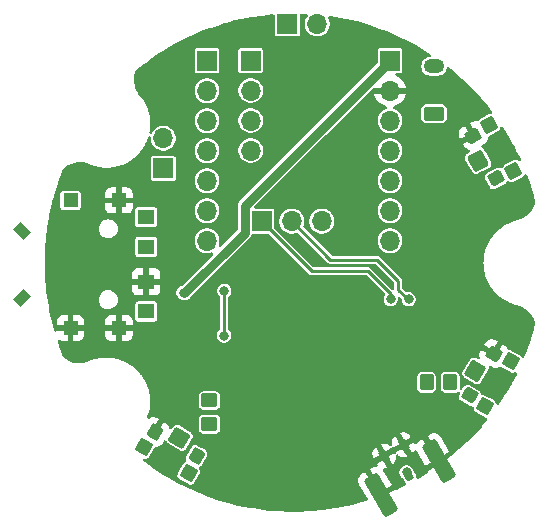
<source format=gbr>
%TF.GenerationSoftware,KiCad,Pcbnew,9.0.0*%
%TF.CreationDate,2025-06-04T20:21:36+02:00*%
%TF.ProjectId,SI4684,53493436-3834-42e6-9b69-6361645f7063,A*%
%TF.SameCoordinates,Original*%
%TF.FileFunction,Copper,L2,Bot*%
%TF.FilePolarity,Positive*%
%FSLAX46Y46*%
G04 Gerber Fmt 4.6, Leading zero omitted, Abs format (unit mm)*
G04 Created by KiCad (PCBNEW 9.0.0) date 2025-06-04 20:21:36*
%MOMM*%
%LPD*%
G01*
G04 APERTURE LIST*
G04 Aperture macros list*
%AMRoundRect*
0 Rectangle with rounded corners*
0 $1 Rounding radius*
0 $2 $3 $4 $5 $6 $7 $8 $9 X,Y pos of 4 corners*
0 Add a 4 corners polygon primitive as box body*
4,1,4,$2,$3,$4,$5,$6,$7,$8,$9,$2,$3,0*
0 Add four circle primitives for the rounded corners*
1,1,$1+$1,$2,$3*
1,1,$1+$1,$4,$5*
1,1,$1+$1,$6,$7*
1,1,$1+$1,$8,$9*
0 Add four rect primitives between the rounded corners*
20,1,$1+$1,$2,$3,$4,$5,0*
20,1,$1+$1,$4,$5,$6,$7,0*
20,1,$1+$1,$6,$7,$8,$9,0*
20,1,$1+$1,$8,$9,$2,$3,0*%
%AMRotRect*
0 Rectangle, with rotation*
0 The origin of the aperture is its center*
0 $1 length*
0 $2 width*
0 $3 Rotation angle, in degrees counterclockwise*
0 Add horizontal line*
21,1,$1,$2,0,0,$3*%
G04 Aperture macros list end*
%TA.AperFunction,ComponentPad*%
%ADD10R,1.700000X1.700000*%
%TD*%
%TA.AperFunction,ComponentPad*%
%ADD11O,1.700000X1.700000*%
%TD*%
%TA.AperFunction,SMDPad,CuDef*%
%ADD12RoundRect,0.250000X-0.350000X-0.450000X0.350000X-0.450000X0.350000X0.450000X-0.350000X0.450000X0*%
%TD*%
%TA.AperFunction,SMDPad,CuDef*%
%ADD13RoundRect,0.250000X-0.450000X0.350000X-0.450000X-0.350000X0.450000X-0.350000X0.450000X0.350000X0*%
%TD*%
%TA.AperFunction,SMDPad,CuDef*%
%ADD14RoundRect,0.250000X0.431939X-1.598141X1.168061X-1.173141X-0.431939X1.598141X-1.168061X1.173141X0*%
%TD*%
%TA.AperFunction,ComponentPad*%
%ADD15RoundRect,0.250000X0.625000X-0.350000X0.625000X0.350000X-0.625000X0.350000X-0.625000X-0.350000X0*%
%TD*%
%TA.AperFunction,ComponentPad*%
%ADD16O,1.750000X1.200000*%
%TD*%
%TA.AperFunction,SMDPad,CuDef*%
%ADD17RoundRect,0.165000X0.550920X0.184221X-0.115920X0.569221X-0.550920X-0.184221X0.115920X-0.569221X0*%
%TD*%
%TA.AperFunction,SMDPad,CuDef*%
%ADD18RoundRect,0.180000X0.573731X0.153731X-0.153731X0.573731X-0.573731X-0.153731X0.153731X-0.573731X0*%
%TD*%
%TA.AperFunction,ComponentPad*%
%ADD19C,0.950000*%
%TD*%
%TA.AperFunction,SMDPad,CuDef*%
%ADD20RoundRect,0.210000X0.712654X0.154352X-0.222654X0.694352X-0.712654X-0.154352X0.222654X-0.694352X0*%
%TD*%
%TA.AperFunction,SMDPad,CuDef*%
%ADD21RoundRect,0.175000X-0.314054X0.193958X0.010946X-0.368958X0.314054X-0.193958X-0.010946X0.368958X0*%
%TD*%
%TA.AperFunction,SMDPad,CuDef*%
%ADD22RoundRect,0.165000X-0.564829X0.135715X-0.203336X-0.544155X0.564829X-0.135715X0.203336X0.544155X0*%
%TD*%
%TA.AperFunction,SMDPad,CuDef*%
%ADD23RoundRect,0.180000X-0.568016X0.173660X-0.173660X-0.568016X0.568016X-0.173660X0.173660X0.568016X0*%
%TD*%
%TA.AperFunction,SMDPad,CuDef*%
%ADD24RoundRect,0.210000X-0.686159X0.246751X-0.179130X-0.706833X0.686159X-0.246751X0.179130X0.706833X0*%
%TD*%
%TA.AperFunction,SMDPad,CuDef*%
%ADD25R,1.300000X1.200000*%
%TD*%
%TA.AperFunction,SMDPad,CuDef*%
%ADD26RotRect,0.850000X1.200000X135.000000*%
%TD*%
%TA.AperFunction,SMDPad,CuDef*%
%ADD27RotRect,0.850000X1.200000X225.000000*%
%TD*%
%TA.AperFunction,SMDPad,CuDef*%
%ADD28R,1.400000X1.300000*%
%TD*%
%TA.AperFunction,SMDPad,CuDef*%
%ADD29RoundRect,0.165000X-0.184221X0.550920X-0.569221X-0.115920X0.184221X-0.550920X0.569221X0.115920X0*%
%TD*%
%TA.AperFunction,SMDPad,CuDef*%
%ADD30RoundRect,0.180000X-0.153731X0.573731X-0.573731X-0.153731X0.153731X-0.573731X0.573731X0.153731X0*%
%TD*%
%TA.AperFunction,SMDPad,CuDef*%
%ADD31RoundRect,0.210000X-0.154352X0.712654X-0.694352X-0.222654X0.154352X-0.712654X0.694352X0.222654X0*%
%TD*%
%TA.AperFunction,ViaPad*%
%ADD32C,0.800000*%
%TD*%
%TA.AperFunction,Conductor*%
%ADD33C,0.800000*%
%TD*%
%TA.AperFunction,Conductor*%
%ADD34C,0.250000*%
%TD*%
G04 APERTURE END LIST*
D10*
%TO.P,J2,1,Pin_1*%
%TO.N,A*%
X95850000Y-83040000D03*
D11*
%TO.P,J2,2,Pin_2*%
%TO.N,B*%
X95850000Y-85580000D03*
%TO.P,J2,3,Pin_3*%
%TO.N,SCL*%
X95850000Y-88120000D03*
%TO.P,J2,4,Pin_4*%
%TO.N,SDA*%
X95850000Y-90660000D03*
%TD*%
D12*
%TO.P,R29,1*%
%TO.N,SWITCH3*%
X110740000Y-110290000D03*
%TO.P,R29,2*%
%TO.N,+3V3*%
X112740000Y-110290000D03*
%TD*%
D13*
%TO.P,R27,1*%
%TO.N,+3V3*%
X92360000Y-111825000D03*
%TO.P,R27,2*%
%TO.N,SWITCH2*%
X92360000Y-113825000D03*
%TD*%
D11*
%TO.P,J1,3,Pin_3*%
%TO.N,I2SDIN*%
X101870000Y-96640000D03*
%TO.P,J1,2,Pin_2*%
%TO.N,I2SCLK*%
X99330000Y-96640000D03*
D10*
%TO.P,J1,1,Pin_1*%
%TO.N,I2SLRC*%
X96790000Y-96640000D03*
%TD*%
D14*
%TO.P,AE1,2,Shield*%
%TO.N,GND*%
X106890000Y-119790000D03*
X111783044Y-116965001D03*
%TD*%
D15*
%TO.P,J3,1,Pin_1*%
%TO.N,Net-(J3-Pin_1)*%
X111380000Y-87530000D03*
D16*
%TO.P,J3,2,Pin_2*%
%TO.N,GND*%
X111380000Y-85530000D03*
%TO.P,J3,3,Pin_3*%
%TO.N,Net-(J3-Pin_3)*%
X111380000Y-83530000D03*
%TD*%
D10*
%TO.P,J8,1,Pin_1*%
%TO.N,P3*%
X88460000Y-92170000D03*
D11*
%TO.P,J8,2,Pin_2*%
%TO.N,P2*%
X88460000Y-89630000D03*
%TD*%
D17*
%TO.P,SW4,1,1*%
%TO.N,SWITCH2*%
X91280607Y-116539358D03*
%TO.P,SW4,2,2*%
%TO.N,GND*%
X87729902Y-114489359D03*
D18*
%TO.P,SW4,SH*%
%TO.N,N/C*%
X90610512Y-117999999D03*
D19*
X90635510Y-117956697D03*
D20*
X89817754Y-114973093D03*
D18*
X86800000Y-115800000D03*
D19*
X86824998Y-115756699D03*
%TD*%
D21*
%TO.P,D1,1,K*%
%TO.N,GND*%
X107150000Y-116520001D03*
%TO.P,D1,2,A*%
X108795448Y-115570001D03*
%TO.P,D1,3,K*%
%TO.N,Net-(AE1-A)*%
X109172723Y-118123462D03*
%TD*%
D22*
%TO.P,SW5,1,1*%
%TO.N,GND*%
X114689425Y-89406538D03*
%TO.P,SW5,2,2*%
%TO.N,SWITCH1*%
X116614259Y-93026623D03*
D19*
%TO.P,SW5,SH*%
%TO.N,N/C*%
X115987574Y-88546414D03*
D23*
X116031723Y-88522942D03*
D24*
X115100000Y-91510000D03*
D23*
X118097396Y-92407911D03*
D19*
X118053248Y-92431385D03*
%TD*%
D25*
%TO.P,U12,1,EH*%
%TO.N,GND*%
X84700000Y-105690000D03*
%TO.P,U12,2,EH*%
X80600000Y-105690000D03*
D26*
%TO.P,U12,3,EH*%
X76472000Y-103118500D03*
D27*
%TO.P,U12,4,EH*%
X76472000Y-97461500D03*
D25*
%TO.P,U12,5,EH*%
%TO.N,unconnected-(U12-EH-Pad5)*%
X80600000Y-94890000D03*
%TO.P,U12,6,EH*%
%TO.N,GND*%
X84700000Y-94890000D03*
D28*
%TO.P,U12,A,A*%
%TO.N,P7*%
X87000000Y-96290000D03*
%TO.P,U12,B,B*%
%TO.N,P5*%
X87000000Y-104290000D03*
%TO.P,U12,C,C*%
%TO.N,GND*%
X87000000Y-101765000D03*
%TO.P,U12,S,S*%
%TO.N,P6*%
X87000000Y-98815000D03*
%TD*%
D29*
%TO.P,SW6,1,1*%
%TO.N,GND*%
X116447325Y-107852148D03*
%TO.P,SW6,2,2*%
%TO.N,SWITCH3*%
X114397324Y-111402853D03*
D19*
%TO.P,SW6,SH*%
%TO.N,N/C*%
X117864662Y-108497242D03*
D30*
X117907963Y-108522244D03*
D31*
X114881058Y-109315000D03*
D19*
X115664664Y-112307755D03*
D30*
X115707964Y-112332756D03*
%TD*%
D10*
%TO.P,J7,1,Pin_1*%
%TO.N,Net-(J7-Pin_1)*%
X98960000Y-79950000D03*
D11*
%TO.P,J7,2,Pin_2*%
%TO.N,Net-(J7-Pin_2)*%
X101500000Y-79950000D03*
%TD*%
D10*
%TO.P,J6,1,Pin_1*%
%TO.N,+5V*%
X107649697Y-83050000D03*
D11*
%TO.P,J6,2,Pin_2*%
%TO.N,GND*%
X107649697Y-85590000D03*
%TO.P,J6,3,Pin_3*%
%TO.N,+3.3VA*%
X107649697Y-88130000D03*
%TO.P,J6,4,Pin_4*%
%TO.N,MOSI*%
X107649697Y-90670000D03*
%TO.P,J6,5,Pin_5*%
%TO.N,MISO*%
X107649697Y-93210000D03*
%TO.P,J6,6,Pin_6*%
%TO.N,CLK*%
X107649697Y-95750000D03*
%TO.P,J6,7,Pin_7*%
%TO.N,unconnected-(J6-Pin_7-Pad7)*%
X107649697Y-98290000D03*
%TD*%
D10*
%TO.P,J5,1,Pin_1*%
%TO.N,RST*%
X92149697Y-83050000D03*
D11*
%TO.P,J5,2,Pin_2*%
%TO.N,LCD_CS*%
X92149697Y-85590000D03*
%TO.P,J5,3,Pin_3*%
%TO.N,SS*%
X92149697Y-88130000D03*
%TO.P,J5,4,Pin_4*%
%TO.N,LCD_DC*%
X92149697Y-90670000D03*
%TO.P,J5,5,Pin_5*%
%TO.N,SDA*%
X92149697Y-93210000D03*
%TO.P,J5,6,Pin_6*%
%TO.N,SCL*%
X92149697Y-95750000D03*
%TO.P,J5,7,Pin_7*%
%TO.N,INT*%
X92149697Y-98290000D03*
%TD*%
D32*
%TO.N,+5V*%
X90220000Y-102740000D03*
%TO.N,Net-(U3-DBYP)*%
X93601400Y-106332156D03*
X93612205Y-102542801D03*
%TO.N,Net-(AE1-A)*%
X109050224Y-117911285D03*
%TO.N,I2SLRC*%
X107700000Y-103254044D03*
%TO.N,I2SCLK*%
X109240000Y-103255000D03*
%TD*%
D33*
%TO.N,+5V*%
X95339000Y-97621000D02*
X95339000Y-95351000D01*
X95670000Y-95020000D02*
X95679697Y-95020000D01*
X90220000Y-102740000D02*
X95339000Y-97621000D01*
X95339000Y-95351000D02*
X95670000Y-95020000D01*
X90220000Y-102740000D02*
X90170000Y-102690000D01*
X95679697Y-95020000D02*
X107649697Y-83050000D01*
D34*
%TO.N,Net-(U3-DBYP)*%
X93601400Y-106332156D02*
X93601400Y-102553606D01*
X93601400Y-102553606D02*
X93612205Y-102542801D01*
%TO.N,I2SLRC*%
X107700000Y-103254044D02*
X107700000Y-102800000D01*
X101030000Y-100880000D02*
X96790000Y-96640000D01*
X105780000Y-100880000D02*
X101030000Y-100880000D01*
X107700000Y-102800000D02*
X105780000Y-100880000D01*
%TO.N,I2SCLK*%
X102600000Y-99910000D02*
X99330000Y-96640000D01*
X109155000Y-103255000D02*
X108349460Y-102449460D01*
X108349460Y-101699460D02*
X106560000Y-99910000D01*
X108349460Y-102449460D02*
X108349460Y-101699460D01*
X109240000Y-103255000D02*
X109155000Y-103255000D01*
X106560000Y-99910000D02*
X102600000Y-99910000D01*
%TD*%
%TA.AperFunction,Conductor*%
%TO.N,GND*%
G36*
X100373593Y-79074458D02*
G01*
X100378876Y-79074673D01*
X100588602Y-79087742D01*
X100654285Y-79111558D01*
X100696668Y-79167105D01*
X100702291Y-79236748D01*
X100683991Y-79280392D01*
X100569058Y-79452403D01*
X100489870Y-79643579D01*
X100489868Y-79643587D01*
X100449500Y-79846530D01*
X100449500Y-80053469D01*
X100489868Y-80256412D01*
X100489870Y-80256420D01*
X100569058Y-80447596D01*
X100684024Y-80619657D01*
X100830342Y-80765975D01*
X100830345Y-80765977D01*
X101002402Y-80880941D01*
X101193580Y-80960130D01*
X101338052Y-80988867D01*
X101396530Y-81000499D01*
X101396534Y-81000500D01*
X101396535Y-81000500D01*
X101603466Y-81000500D01*
X101603467Y-81000499D01*
X101806420Y-80960130D01*
X101997598Y-80880941D01*
X102169655Y-80765977D01*
X102315977Y-80619655D01*
X102430941Y-80447598D01*
X102510130Y-80256420D01*
X102550500Y-80053465D01*
X102550500Y-79846535D01*
X102510130Y-79643580D01*
X102431354Y-79453401D01*
X102423886Y-79383933D01*
X102455161Y-79321453D01*
X102515250Y-79285801D01*
X102564158Y-79283299D01*
X103061402Y-79357275D01*
X103066624Y-79358166D01*
X103946606Y-79527782D01*
X103951734Y-79528885D01*
X104823657Y-79735932D01*
X104828715Y-79737247D01*
X105691058Y-79981362D01*
X105696053Y-79982893D01*
X106547167Y-80263616D01*
X106552098Y-80265360D01*
X107034322Y-80447598D01*
X107390379Y-80582156D01*
X107395293Y-80584134D01*
X108071189Y-80873126D01*
X108201312Y-80928763D01*
X108219277Y-80936444D01*
X108224081Y-80938620D01*
X108608173Y-81122631D01*
X109032270Y-81325808D01*
X109036998Y-81328198D01*
X109335964Y-81487470D01*
X109827944Y-81749570D01*
X109832530Y-81752141D01*
X110604714Y-82206887D01*
X110609220Y-82209672D01*
X111064630Y-82504767D01*
X111110187Y-82557742D01*
X111119871Y-82626938D01*
X111090608Y-82690384D01*
X111031688Y-82727937D01*
X111021392Y-82730447D01*
X110871508Y-82760261D01*
X110871498Y-82760264D01*
X110725827Y-82820602D01*
X110725814Y-82820609D01*
X110594711Y-82908210D01*
X110594707Y-82908213D01*
X110483213Y-83019707D01*
X110483210Y-83019711D01*
X110395609Y-83150814D01*
X110395602Y-83150827D01*
X110335264Y-83296498D01*
X110335261Y-83296510D01*
X110304500Y-83451153D01*
X110304500Y-83608846D01*
X110335261Y-83763489D01*
X110335264Y-83763501D01*
X110395602Y-83909172D01*
X110395609Y-83909185D01*
X110483210Y-84040288D01*
X110483213Y-84040292D01*
X110594707Y-84151786D01*
X110594711Y-84151789D01*
X110725814Y-84239390D01*
X110725827Y-84239397D01*
X110860600Y-84295221D01*
X110871503Y-84299737D01*
X111026153Y-84330499D01*
X111026156Y-84330500D01*
X111026158Y-84330500D01*
X111733844Y-84330500D01*
X111733845Y-84330499D01*
X111888497Y-84299737D01*
X112034179Y-84239394D01*
X112165289Y-84151789D01*
X112276789Y-84040289D01*
X112364394Y-83909179D01*
X112424737Y-83763497D01*
X112435457Y-83709605D01*
X112436518Y-83707574D01*
X112436396Y-83705284D01*
X112452636Y-83676762D01*
X112467841Y-83647694D01*
X112469833Y-83646559D01*
X112470968Y-83644567D01*
X112500042Y-83629357D01*
X112528557Y-83613120D01*
X112530846Y-83613242D01*
X112532878Y-83612180D01*
X112565562Y-83615103D01*
X112598326Y-83616859D01*
X112600898Y-83618263D01*
X112602470Y-83618404D01*
X112633133Y-83635863D01*
X112797441Y-83763490D01*
X112808178Y-83771830D01*
X112812290Y-83775168D01*
X113040053Y-83968231D01*
X113479724Y-84340919D01*
X113480276Y-84341390D01*
X113500498Y-84358824D01*
X113503631Y-84361620D01*
X113730266Y-84571005D01*
X114124705Y-84935422D01*
X114125482Y-84936147D01*
X114167833Y-84976009D01*
X114170779Y-84978877D01*
X114748886Y-85560677D01*
X114749660Y-85561465D01*
X114779965Y-85592593D01*
X114807843Y-85621228D01*
X114810595Y-85624147D01*
X115233330Y-86087596D01*
X115349352Y-86214792D01*
X115350278Y-86215819D01*
X115419411Y-86293328D01*
X115421951Y-86296267D01*
X115924075Y-86896342D01*
X115924972Y-86897428D01*
X116001395Y-86991033D01*
X116003753Y-86994013D01*
X116295787Y-87374965D01*
X116320951Y-87440146D01*
X116306881Y-87508584D01*
X116258044Y-87558551D01*
X116201590Y-87574334D01*
X116129003Y-87576802D01*
X116128998Y-87576802D01*
X116128996Y-87576803D01*
X116058632Y-87602012D01*
X116058617Y-87602018D01*
X115253191Y-88030271D01*
X115253186Y-88030274D01*
X115192947Y-88074507D01*
X115192944Y-88074511D01*
X115135228Y-88154104D01*
X115079937Y-88196820D01*
X115017474Y-88202970D01*
X115017459Y-88203245D01*
X115015683Y-88203147D01*
X115013147Y-88203397D01*
X115009969Y-88202832D01*
X114848726Y-88193947D01*
X114848721Y-88193948D01*
X114690042Y-88223908D01*
X114690032Y-88223911D01*
X114628016Y-88249990D01*
X114628013Y-88249992D01*
X114417215Y-88362075D01*
X114851947Y-89179684D01*
X114866040Y-89248118D01*
X114840898Y-89313307D01*
X114800677Y-89347384D01*
X114689425Y-89406537D01*
X114689424Y-89406538D01*
X114748578Y-89517788D01*
X114762671Y-89586222D01*
X114737529Y-89651411D01*
X114697307Y-89685488D01*
X113835550Y-90143692D01*
X113835549Y-90143693D01*
X113924167Y-90310355D01*
X113960990Y-90366644D01*
X113960996Y-90366651D01*
X114075797Y-90480226D01*
X114214444Y-90563028D01*
X114335742Y-90600112D01*
X114394097Y-90638537D01*
X114422414Y-90702411D01*
X114411704Y-90771455D01*
X114365365Y-90823747D01*
X114357703Y-90828179D01*
X114192603Y-90915964D01*
X114192599Y-90915966D01*
X114192599Y-90915967D01*
X114114871Y-90974538D01*
X114114870Y-90974539D01*
X114114869Y-90974540D01*
X114040286Y-91081056D01*
X114002270Y-91205402D01*
X114002269Y-91205408D01*
X114004537Y-91335417D01*
X114004538Y-91335423D01*
X114036222Y-91427438D01*
X114036228Y-91427451D01*
X114571857Y-92434820D01*
X114573588Y-92438075D01*
X114632159Y-92515803D01*
X114738676Y-92590387D01*
X114863027Y-92628405D01*
X114993041Y-92626136D01*
X115085063Y-92594450D01*
X116007401Y-92104033D01*
X116085129Y-92045462D01*
X116159713Y-91938945D01*
X116197731Y-91814594D01*
X116195462Y-91684580D01*
X116193929Y-91680129D01*
X116163777Y-91592561D01*
X116163771Y-91592548D01*
X115750555Y-90815403D01*
X115626412Y-90581925D01*
X115567841Y-90504197D01*
X115461324Y-90429613D01*
X115461323Y-90429612D01*
X115461321Y-90429611D01*
X115455877Y-90427947D01*
X115397523Y-90389520D01*
X115369208Y-90325645D01*
X115379921Y-90256601D01*
X115426262Y-90204310D01*
X115433921Y-90199880D01*
X115613904Y-90104181D01*
X115670208Y-90067349D01*
X115783784Y-89952546D01*
X115866590Y-89813894D01*
X115913804Y-89659461D01*
X115913804Y-89659458D01*
X115919563Y-89554952D01*
X115942906Y-89489097D01*
X115998147Y-89446317D01*
X116001562Y-89445037D01*
X116004814Y-89443872D01*
X116004823Y-89443866D01*
X116004828Y-89443865D01*
X116810254Y-89015612D01*
X116810259Y-89015609D01*
X116870498Y-88971376D01*
X116870498Y-88971375D01*
X116870502Y-88971373D01*
X116945049Y-88868569D01*
X116982177Y-88747130D01*
X116982177Y-88747127D01*
X116982107Y-88745049D01*
X116982818Y-88742280D01*
X116983524Y-88736942D01*
X116984168Y-88737027D01*
X116999501Y-88677379D01*
X117050720Y-88629856D01*
X117119501Y-88617568D01*
X117184006Y-88644416D01*
X117210525Y-88674069D01*
X117329668Y-88860529D01*
X117457725Y-89060941D01*
X117476441Y-89090231D01*
X117477414Y-89091779D01*
X117556167Y-89219162D01*
X117559246Y-89224141D01*
X117561013Y-89227090D01*
X117617012Y-89323579D01*
X117931971Y-89866270D01*
X117932940Y-89867971D01*
X118012683Y-90010511D01*
X118014275Y-90013447D01*
X118197954Y-90363580D01*
X118343031Y-90640131D01*
X118354615Y-90662211D01*
X118355491Y-90663915D01*
X118431759Y-90815403D01*
X118433171Y-90818301D01*
X118706496Y-91398269D01*
X118717269Y-91467303D01*
X118689009Y-91531203D01*
X118630689Y-91569680D01*
X118560824Y-91570519D01*
X118521535Y-91551517D01*
X118472602Y-91516034D01*
X118443023Y-91494585D01*
X118443021Y-91494584D01*
X118321581Y-91457456D01*
X118194676Y-91461771D01*
X118194671Y-91461771D01*
X118194669Y-91461772D01*
X118155020Y-91475977D01*
X118124305Y-91486981D01*
X118124290Y-91486987D01*
X117318864Y-91915240D01*
X117318859Y-91915243D01*
X117258620Y-91959476D01*
X117258615Y-91959482D01*
X117184070Y-92062282D01*
X117176176Y-92088104D01*
X117137750Y-92146459D01*
X117073876Y-92174775D01*
X117004832Y-92164064D01*
X116984801Y-92152234D01*
X116982783Y-92150771D01*
X116866127Y-92115106D01*
X116744216Y-92119251D01*
X116676634Y-92143464D01*
X116676621Y-92143470D01*
X115847212Y-92584475D01*
X115789341Y-92626969D01*
X115789339Y-92626970D01*
X115717733Y-92725719D01*
X115682068Y-92842375D01*
X115686213Y-92964283D01*
X115686214Y-92964288D01*
X115710426Y-93031867D01*
X115710434Y-93031886D01*
X116104488Y-93772992D01*
X116104491Y-93772997D01*
X116121678Y-93796403D01*
X116146984Y-93830866D01*
X116146985Y-93830868D01*
X116214268Y-93879657D01*
X116245735Y-93902475D01*
X116362388Y-93938139D01*
X116362389Y-93938138D01*
X116362390Y-93938139D01*
X116484301Y-93933994D01*
X116505362Y-93926448D01*
X116551888Y-93909780D01*
X117381307Y-93468770D01*
X117439176Y-93426277D01*
X117439177Y-93426275D01*
X117439178Y-93426275D01*
X117509832Y-93328840D01*
X117510785Y-93327526D01*
X117510785Y-93327523D01*
X117511753Y-93325582D01*
X117513781Y-93323393D01*
X117516817Y-93319208D01*
X117517322Y-93319574D01*
X117559255Y-93274345D01*
X117626918Y-93256923D01*
X117693259Y-93278848D01*
X117695546Y-93280468D01*
X117728392Y-93304285D01*
X117751769Y-93321237D01*
X117873208Y-93358365D01*
X117873209Y-93358364D01*
X117873210Y-93358365D01*
X117898591Y-93357502D01*
X118000123Y-93354050D01*
X118070487Y-93328841D01*
X118070497Y-93328835D01*
X118070501Y-93328834D01*
X118875927Y-92900581D01*
X118875932Y-92900578D01*
X118936171Y-92856345D01*
X118936171Y-92856344D01*
X118936175Y-92856342D01*
X119010722Y-92753538D01*
X119019398Y-92725159D01*
X119057820Y-92666808D01*
X119121694Y-92638489D01*
X119190738Y-92649199D01*
X119243031Y-92695536D01*
X119254249Y-92718319D01*
X119415385Y-93153057D01*
X119416204Y-93155334D01*
X119475689Y-93325964D01*
X119476605Y-93328693D01*
X119697327Y-94012502D01*
X119698081Y-94014922D01*
X119750496Y-94189430D01*
X119751261Y-94192085D01*
X119957964Y-94940409D01*
X119957850Y-94957603D01*
X119962439Y-94973067D01*
X119957517Y-95008016D01*
X119902581Y-95197122D01*
X119899546Y-95206238D01*
X119880505Y-95256791D01*
X119878348Y-95262136D01*
X119798552Y-95447395D01*
X119793504Y-95457760D01*
X119775809Y-95490172D01*
X119773916Y-95493516D01*
X119664055Y-95680714D01*
X119655471Y-95693459D01*
X119506419Y-95887624D01*
X119496325Y-95899209D01*
X119324406Y-96073445D01*
X119312957Y-96083693D01*
X119120807Y-96235330D01*
X119108178Y-96244084D01*
X118922485Y-96356431D01*
X118919166Y-96358370D01*
X118886972Y-96376509D01*
X118876677Y-96381694D01*
X118692507Y-96463963D01*
X118687190Y-96466191D01*
X118636899Y-96485906D01*
X118627824Y-96489064D01*
X118409481Y-96555674D01*
X118402089Y-96557681D01*
X118356132Y-96568651D01*
X118356114Y-96568655D01*
X118246318Y-96594795D01*
X118227384Y-96599303D01*
X117880837Y-96719206D01*
X117792101Y-96760130D01*
X117547833Y-96872783D01*
X117547827Y-96872786D01*
X117547818Y-96872791D01*
X117231645Y-97058523D01*
X117231642Y-97058525D01*
X116935357Y-97274617D01*
X116661897Y-97518927D01*
X116661895Y-97518929D01*
X116616195Y-97568716D01*
X116616194Y-97568716D01*
X116612835Y-97572374D01*
X116609100Y-97575842D01*
X116597376Y-97589215D01*
X116596352Y-97590331D01*
X116596342Y-97590343D01*
X116413912Y-97789092D01*
X116413899Y-97789108D01*
X116367874Y-97850458D01*
X116367875Y-97850459D01*
X116365028Y-97854252D01*
X116358247Y-97861989D01*
X116341265Y-97885930D01*
X116340231Y-97887309D01*
X116340229Y-97887309D01*
X116193857Y-98082436D01*
X116193854Y-98082440D01*
X116149270Y-98156048D01*
X116146938Y-98159896D01*
X116138090Y-98172372D01*
X116120257Y-98203946D01*
X116119260Y-98205593D01*
X116119255Y-98205602D01*
X116003879Y-98396093D01*
X116003872Y-98396107D01*
X115962661Y-98482393D01*
X115962660Y-98482394D01*
X115960822Y-98486240D01*
X115950954Y-98503714D01*
X115934938Y-98540432D01*
X115934002Y-98542393D01*
X115933990Y-98542421D01*
X115845827Y-98727018D01*
X115810010Y-98826194D01*
X115810011Y-98826195D01*
X115808636Y-98830000D01*
X115798817Y-98852514D01*
X115786142Y-98892290D01*
X115785329Y-98894543D01*
X115721272Y-99071923D01*
X115692945Y-99184010D01*
X115692015Y-99187689D01*
X115683285Y-99215087D01*
X115674747Y-99256013D01*
X115674101Y-99258573D01*
X115631420Y-99427459D01*
X115612750Y-99552221D01*
X115612751Y-99552222D01*
X115612221Y-99555758D01*
X115605579Y-99587604D01*
X115601405Y-99628052D01*
X115600981Y-99630887D01*
X115577156Y-99790125D01*
X115577154Y-99790142D01*
X115570367Y-99927115D01*
X115570202Y-99930430D01*
X115566519Y-99966129D01*
X115566519Y-100004785D01*
X115566367Y-100007854D01*
X115566367Y-100007856D01*
X115559007Y-100156396D01*
X115559007Y-100156398D01*
X115566367Y-100304944D01*
X115566367Y-100304946D01*
X115566519Y-100308015D01*
X115566519Y-100346664D01*
X115570199Y-100382332D01*
X115570364Y-100385653D01*
X115570365Y-100385659D01*
X115577153Y-100522651D01*
X115577154Y-100522664D01*
X115600983Y-100681919D01*
X115600983Y-100681920D01*
X115601402Y-100684723D01*
X115605578Y-100725189D01*
X115612223Y-100757045D01*
X115612748Y-100760554D01*
X115612749Y-100760560D01*
X115631419Y-100885339D01*
X115674103Y-101054236D01*
X115674746Y-101056783D01*
X115683283Y-101097706D01*
X115692008Y-101125090D01*
X115692939Y-101128771D01*
X115692942Y-101128779D01*
X115721269Y-101240868D01*
X115785336Y-101418275D01*
X115785336Y-101418276D01*
X115786140Y-101420505D01*
X115798815Y-101460280D01*
X115808633Y-101482791D01*
X115809994Y-101486558D01*
X115810002Y-101486578D01*
X115845827Y-101585780D01*
X115845829Y-101585785D01*
X115845831Y-101585790D01*
X115933974Y-101770343D01*
X115934908Y-101772300D01*
X115950951Y-101809080D01*
X115960822Y-101826558D01*
X115962650Y-101830385D01*
X115962662Y-101830408D01*
X116003869Y-101916686D01*
X116003876Y-101916698D01*
X116119229Y-102107152D01*
X116120217Y-102108784D01*
X116138086Y-102140422D01*
X116146946Y-102152913D01*
X116169521Y-102190184D01*
X116193847Y-102230349D01*
X116193848Y-102230350D01*
X116340209Y-102425458D01*
X116341209Y-102426792D01*
X116358243Y-102450806D01*
X116365043Y-102458563D01*
X116413907Y-102523701D01*
X116597291Y-102723489D01*
X116609095Y-102736953D01*
X116612844Y-102740433D01*
X116661884Y-102793859D01*
X116935353Y-103038180D01*
X117231635Y-103254270D01*
X117547827Y-103440014D01*
X117811831Y-103561769D01*
X117880826Y-103593589D01*
X117880828Y-103593589D01*
X117880831Y-103593591D01*
X118227386Y-103713497D01*
X118402016Y-103755072D01*
X118409456Y-103757091D01*
X118627841Y-103823718D01*
X118636864Y-103826858D01*
X118687219Y-103846599D01*
X118692509Y-103848816D01*
X118876667Y-103931082D01*
X118886937Y-103936254D01*
X118919200Y-103954433D01*
X118922459Y-103956336D01*
X119108162Y-104068693D01*
X119120789Y-104077446D01*
X119143620Y-104095464D01*
X119312935Y-104229086D01*
X119324384Y-104239334D01*
X119496301Y-104413575D01*
X119506395Y-104425161D01*
X119655443Y-104619329D01*
X119664026Y-104632075D01*
X119773843Y-104819209D01*
X119775736Y-104822551D01*
X119793473Y-104855041D01*
X119798521Y-104865408D01*
X119878292Y-105050623D01*
X119880449Y-105055970D01*
X119899499Y-105106553D01*
X119902534Y-105115668D01*
X119957489Y-105304863D01*
X119957936Y-105372462D01*
X119751608Y-106119517D01*
X119750818Y-106122254D01*
X119696389Y-106303036D01*
X119695662Y-106305368D01*
X119475983Y-106986147D01*
X119475010Y-106989040D01*
X119414200Y-107162739D01*
X119413442Y-107164845D01*
X119162936Y-107841004D01*
X119161765Y-107844041D01*
X119096339Y-108007344D01*
X119095566Y-108009227D01*
X119031977Y-108160694D01*
X118987877Y-108214888D01*
X118921478Y-108236636D01*
X118853862Y-108219033D01*
X118814780Y-108181941D01*
X118761881Y-108103359D01*
X118709731Y-108062189D01*
X118703219Y-108057048D01*
X118703211Y-108057043D01*
X117913217Y-107600939D01*
X117913211Y-107600936D01*
X117913210Y-107600936D01*
X117879286Y-107587429D01*
X117843767Y-107573286D01*
X117843768Y-107573286D01*
X117745689Y-107566519D01*
X117680163Y-107542266D01*
X117641848Y-107492556D01*
X117641607Y-107492689D01*
X117640747Y-107491127D01*
X117639191Y-107489109D01*
X117637986Y-107486115D01*
X117560074Y-107344666D01*
X117560073Y-107344664D01*
X117450572Y-107225967D01*
X117395602Y-107187201D01*
X117395582Y-107187189D01*
X117188831Y-107067821D01*
X117188830Y-107067821D01*
X116725830Y-107869760D01*
X116675263Y-107917976D01*
X116606656Y-107931199D01*
X116556443Y-107915147D01*
X116447325Y-107852148D01*
X116447324Y-107852148D01*
X116384324Y-107961268D01*
X116333757Y-108009483D01*
X116265149Y-108022705D01*
X116214937Y-108006654D01*
X115369698Y-107518654D01*
X115369697Y-107518654D01*
X115275328Y-107682106D01*
X115275319Y-107682125D01*
X115247096Y-107743179D01*
X115211613Y-107900730D01*
X115214864Y-108062184D01*
X115214865Y-108062189D01*
X115247693Y-108184707D01*
X115246030Y-108254557D01*
X115206867Y-108312420D01*
X115142638Y-108339923D01*
X115073736Y-108328336D01*
X115065918Y-108324187D01*
X114903978Y-108230691D01*
X114858547Y-108213251D01*
X114813117Y-108195812D01*
X114806649Y-108195472D01*
X114683261Y-108189005D01*
X114557659Y-108222661D01*
X114448603Y-108293483D01*
X114387357Y-108369117D01*
X114387352Y-108369124D01*
X113815050Y-109360380D01*
X113780171Y-109451242D01*
X113773364Y-109581097D01*
X113789967Y-109643057D01*
X113807020Y-109706700D01*
X113877842Y-109815755D01*
X113953477Y-109877004D01*
X113979449Y-109891999D01*
X114749379Y-110336517D01*
X114858139Y-110399309D01*
X114948999Y-110434188D01*
X115072387Y-110440654D01*
X115078854Y-110440994D01*
X115078854Y-110440993D01*
X115078855Y-110440994D01*
X115204457Y-110407339D01*
X115313512Y-110336517D01*
X115374760Y-110260882D01*
X115947066Y-109269618D01*
X115981945Y-109178758D01*
X115988751Y-109048902D01*
X115987278Y-109043404D01*
X115988939Y-108973557D01*
X116028099Y-108915693D01*
X116092326Y-108888186D01*
X116161229Y-108899770D01*
X116169052Y-108903922D01*
X116345574Y-109005837D01*
X116345595Y-109005848D01*
X116406658Y-109034073D01*
X116406663Y-109034075D01*
X116564208Y-109069558D01*
X116725662Y-109066307D01*
X116725667Y-109066306D01*
X116881655Y-109024510D01*
X116973334Y-108974012D01*
X117041552Y-108958909D01*
X117107105Y-108983086D01*
X117109996Y-108985300D01*
X117112705Y-108987439D01*
X117112709Y-108987441D01*
X117112710Y-108987442D01*
X117219162Y-109048902D01*
X117902708Y-109443548D01*
X117902711Y-109443549D01*
X117902716Y-109443552D01*
X117972157Y-109471201D01*
X118098844Y-109479943D01*
X118221505Y-109447076D01*
X118221507Y-109447074D01*
X118226681Y-109445688D01*
X118245568Y-109446137D01*
X118263898Y-109441569D01*
X118279773Y-109446952D01*
X118296531Y-109447351D01*
X118312174Y-109457939D01*
X118330067Y-109464006D01*
X118340512Y-109477118D01*
X118354393Y-109486513D01*
X118361829Y-109503877D01*
X118373601Y-109518655D01*
X118375299Y-109535331D01*
X118381898Y-109550741D01*
X118378765Y-109569371D01*
X118380679Y-109588165D01*
X118370614Y-109617847D01*
X118370312Y-109619644D01*
X118369345Y-109621590D01*
X118359180Y-109641615D01*
X118358436Y-109643057D01*
X118004878Y-110317544D01*
X118003030Y-110320941D01*
X117943704Y-110426014D01*
X117942997Y-110427250D01*
X117548193Y-111108114D01*
X117546093Y-111111601D01*
X117500915Y-111183933D01*
X117500264Y-111184965D01*
X117057515Y-111878541D01*
X117055153Y-111882103D01*
X117036107Y-111909787D01*
X117035527Y-111910622D01*
X116875745Y-112138839D01*
X116821171Y-112182467D01*
X116751673Y-112189664D01*
X116689316Y-112158144D01*
X116654393Y-112099816D01*
X116632796Y-112019214D01*
X116632794Y-112019211D01*
X116632794Y-112019210D01*
X116561886Y-111913875D01*
X116561883Y-111913872D01*
X116561882Y-111913871D01*
X116503217Y-111867558D01*
X116417316Y-111817963D01*
X115713218Y-111411451D01*
X115713212Y-111411448D01*
X115713211Y-111411448D01*
X115696248Y-111404694D01*
X115643769Y-111383798D01*
X115517084Y-111375057D01*
X115517082Y-111375057D01*
X115506669Y-111377847D01*
X115491003Y-111382044D01*
X115421155Y-111380382D01*
X115363292Y-111341220D01*
X115335788Y-111276991D01*
X115335205Y-111253738D01*
X115335377Y-111251248D01*
X115303805Y-111133422D01*
X115286768Y-111108114D01*
X115235690Y-111032235D01*
X115235688Y-111032233D01*
X115235686Y-111032231D01*
X115179336Y-110987745D01*
X115179331Y-110987742D01*
X114365819Y-110518060D01*
X114365813Y-110518057D01*
X114365812Y-110518057D01*
X114299111Y-110491499D01*
X114258546Y-110488700D01*
X114177420Y-110483102D01*
X114177414Y-110483102D01*
X114059593Y-110514671D01*
X114059592Y-110514672D01*
X113958398Y-110582793D01*
X113913916Y-110639139D01*
X113913911Y-110639148D01*
X113769303Y-110889616D01*
X113718736Y-110937832D01*
X113650129Y-110951054D01*
X113585264Y-110925086D01*
X113544736Y-110868172D01*
X113538458Y-110816036D01*
X113540500Y-110794266D01*
X113540500Y-109785730D01*
X113537646Y-109755300D01*
X113537646Y-109755298D01*
X113492793Y-109627119D01*
X113492792Y-109627117D01*
X113487277Y-109619644D01*
X113412150Y-109517850D01*
X113302882Y-109437207D01*
X113302880Y-109437206D01*
X113174700Y-109392353D01*
X113144270Y-109389500D01*
X113144266Y-109389500D01*
X112335734Y-109389500D01*
X112335730Y-109389500D01*
X112305300Y-109392353D01*
X112305298Y-109392353D01*
X112177119Y-109437206D01*
X112177117Y-109437207D01*
X112067850Y-109517850D01*
X111987207Y-109627117D01*
X111987206Y-109627119D01*
X111942353Y-109755298D01*
X111942353Y-109755300D01*
X111939500Y-109785730D01*
X111939500Y-110794269D01*
X111942353Y-110824699D01*
X111942353Y-110824701D01*
X111986567Y-110951054D01*
X111987207Y-110952882D01*
X112067850Y-111062150D01*
X112177118Y-111142793D01*
X112219845Y-111157744D01*
X112305299Y-111187646D01*
X112335730Y-111190500D01*
X112335734Y-111190500D01*
X113144270Y-111190500D01*
X113174699Y-111187646D01*
X113174701Y-111187646D01*
X113238790Y-111165219D01*
X113302882Y-111142793D01*
X113382743Y-111083852D01*
X113448368Y-111059883D01*
X113516539Y-111075198D01*
X113565607Y-111124938D01*
X113579995Y-111193310D01*
X113563762Y-111245623D01*
X113494228Y-111366060D01*
X113467668Y-111432765D01*
X113460817Y-111532055D01*
X113459271Y-111554458D01*
X113473496Y-111607546D01*
X113490843Y-111672285D01*
X113490845Y-111672287D01*
X113558957Y-111773470D01*
X113558959Y-111773472D01*
X113558961Y-111773473D01*
X113558962Y-111773475D01*
X113615312Y-111817961D01*
X113775806Y-111910622D01*
X114428828Y-112287645D01*
X114428831Y-112287646D01*
X114428836Y-112287649D01*
X114495537Y-112314207D01*
X114617230Y-112322604D01*
X114617237Y-112322601D01*
X114619392Y-112322394D01*
X114622324Y-112322955D01*
X114627480Y-112323311D01*
X114627437Y-112323933D01*
X114688016Y-112335527D01*
X114738646Y-112383677D01*
X114755207Y-112451556D01*
X114755046Y-112454346D01*
X114750265Y-112523637D01*
X114776794Y-112622646D01*
X114783133Y-112646301D01*
X114854041Y-112751636D01*
X114854044Y-112751638D01*
X114854046Y-112751641D01*
X114912711Y-112797954D01*
X115176046Y-112949990D01*
X115702709Y-113254060D01*
X115702712Y-113254061D01*
X115702717Y-113254064D01*
X115772158Y-113281713D01*
X115779513Y-113282220D01*
X115845039Y-113306469D01*
X115887053Y-113362295D01*
X115892216Y-113431974D01*
X115866130Y-113485443D01*
X115413455Y-114027095D01*
X115409977Y-114031081D01*
X114807326Y-114692663D01*
X114803680Y-114696498D01*
X114173361Y-115331766D01*
X114169556Y-115335441D01*
X113512699Y-115943259D01*
X113508740Y-115946768D01*
X112826582Y-116525990D01*
X112822477Y-116529328D01*
X112210697Y-117005412D01*
X112196544Y-117014938D01*
X112115822Y-117061544D01*
X112115822Y-117061545D01*
X111908045Y-117181507D01*
X111908044Y-117181507D01*
X110890464Y-117769005D01*
X110890464Y-117769006D01*
X110895463Y-117777665D01*
X110911934Y-117845566D01*
X110889082Y-117911592D01*
X110855611Y-117943659D01*
X110628016Y-118091464D01*
X110623519Y-118094250D01*
X110051056Y-118432208D01*
X109983319Y-118449338D01*
X109917073Y-118427127D01*
X109873352Y-118372628D01*
X109864311Y-118333965D01*
X109857073Y-118229059D01*
X109829788Y-118160532D01*
X109829785Y-118160527D01*
X109829784Y-118160524D01*
X109731529Y-117990342D01*
X109666151Y-117877103D01*
X109653521Y-117839892D01*
X109652827Y-117840078D01*
X109650724Y-117832228D01*
X109609801Y-117679501D01*
X109609797Y-117679494D01*
X109530748Y-117542575D01*
X109530742Y-117542567D01*
X109418941Y-117430766D01*
X109418933Y-117430760D01*
X109282014Y-117351711D01*
X109282010Y-117351709D01*
X109282008Y-117351708D01*
X109129281Y-117310785D01*
X108971167Y-117310785D01*
X108818440Y-117351708D01*
X108818433Y-117351711D01*
X108681514Y-117430760D01*
X108681506Y-117430766D01*
X108569705Y-117542567D01*
X108569699Y-117542575D01*
X108490650Y-117679494D01*
X108490647Y-117679501D01*
X108449724Y-117832228D01*
X108449724Y-117990342D01*
X108469513Y-118064193D01*
X108490647Y-118143068D01*
X108490650Y-118143075D01*
X108569699Y-118279994D01*
X108569705Y-118280002D01*
X108687255Y-118397552D01*
X108686748Y-118398058D01*
X108712655Y-118427603D01*
X108876290Y-118711027D01*
X108876294Y-118711032D01*
X108921998Y-118768925D01*
X108976868Y-118805862D01*
X109021487Y-118859627D01*
X109029955Y-118928982D01*
X108999583Y-118991905D01*
X108961329Y-119020490D01*
X108327219Y-119325210D01*
X108325932Y-119325819D01*
X108216349Y-119376938D01*
X108212819Y-119378519D01*
X108124923Y-119416230D01*
X108055553Y-119424572D01*
X108043940Y-119422050D01*
X108032578Y-119419005D01*
X107840060Y-119530156D01*
X107840058Y-119530157D01*
X107790485Y-119558777D01*
X107777379Y-119565343D01*
X107512239Y-119679101D01*
X107375237Y-119735764D01*
X107050135Y-119859110D01*
X106980472Y-119864487D01*
X106918962Y-119831347D01*
X106898761Y-119805174D01*
X106890000Y-119790000D01*
X106889998Y-119790000D01*
X106780880Y-119852999D01*
X106712980Y-119869472D01*
X106646953Y-119846619D01*
X106611494Y-119807612D01*
X105498494Y-117879840D01*
X105498493Y-117879840D01*
X105303668Y-117992323D01*
X105303650Y-117992334D01*
X105219955Y-118052770D01*
X105219947Y-118052776D01*
X105103392Y-118183749D01*
X105020181Y-118338072D01*
X104974805Y-118507420D01*
X104969706Y-118682673D01*
X105005160Y-118854374D01*
X105047425Y-118948563D01*
X105047434Y-118948581D01*
X105743907Y-120154907D01*
X105749210Y-120176769D01*
X105758921Y-120197060D01*
X105757288Y-120210065D01*
X105760380Y-120222807D01*
X105753022Y-120244065D01*
X105750221Y-120266386D01*
X105741814Y-120276447D01*
X105737527Y-120288834D01*
X105719846Y-120302738D01*
X105705421Y-120320003D01*
X105686192Y-120329204D01*
X105682606Y-120332025D01*
X105673584Y-120335238D01*
X105657206Y-120340368D01*
X105654087Y-120341300D01*
X104960674Y-120538663D01*
X104958516Y-120539257D01*
X104780494Y-120586470D01*
X104777534Y-120587216D01*
X104081854Y-120753502D01*
X104079473Y-120754046D01*
X103894934Y-120794331D01*
X103892145Y-120794906D01*
X103097811Y-120949284D01*
X103095222Y-120949759D01*
X103070108Y-120954089D01*
X103067930Y-120954445D01*
X102987184Y-120966891D01*
X102985536Y-120967133D01*
X102441378Y-121043538D01*
X102438763Y-121043877D01*
X102099756Y-121084146D01*
X102098051Y-121084337D01*
X101577739Y-121138857D01*
X101574555Y-121139149D01*
X101329744Y-121158434D01*
X101328592Y-121158519D01*
X100720587Y-121200722D01*
X100716835Y-121200926D01*
X100678390Y-121202426D01*
X100677797Y-121202447D01*
X99916323Y-121228505D01*
X99911971Y-121228578D01*
X99116798Y-121227867D01*
X99112447Y-121227787D01*
X98317782Y-121199176D01*
X98313436Y-121198943D01*
X97583534Y-121146968D01*
X97582448Y-121146886D01*
X97498159Y-121140139D01*
X97494911Y-121139836D01*
X96821259Y-121068034D01*
X96819619Y-121067848D01*
X96665225Y-121049311D01*
X96662546Y-121048959D01*
X95932438Y-120945116D01*
X95930315Y-120944796D01*
X95901993Y-120940266D01*
X95900019Y-120939934D01*
X95684897Y-120901956D01*
X95682985Y-120901603D01*
X95347172Y-120836873D01*
X95344493Y-120836325D01*
X94819517Y-120723071D01*
X94817394Y-120722594D01*
X94454105Y-120637522D01*
X94451037Y-120636762D01*
X94021174Y-120524472D01*
X94019483Y-120524018D01*
X93584363Y-120403768D01*
X93580922Y-120402763D01*
X93250486Y-120301073D01*
X93249221Y-120300676D01*
X92734771Y-120136316D01*
X92730970Y-120135034D01*
X92535072Y-120065387D01*
X92534226Y-120065083D01*
X91913212Y-119839213D01*
X91908631Y-119837443D01*
X91139853Y-119522831D01*
X91135346Y-119520881D01*
X90379649Y-119176086D01*
X90375223Y-119173960D01*
X89633752Y-118799506D01*
X89629413Y-118797206D01*
X88903345Y-118393684D01*
X88899101Y-118391214D01*
X88746826Y-118298510D01*
X88570034Y-118190880D01*
X89652813Y-118190880D01*
X89681652Y-118298510D01*
X89685681Y-118313544D01*
X89756589Y-118418879D01*
X89756592Y-118418881D01*
X89756594Y-118418884D01*
X89815259Y-118465197D01*
X89963116Y-118550562D01*
X90605257Y-118921303D01*
X90605260Y-118921304D01*
X90605265Y-118921307D01*
X90674706Y-118948956D01*
X90801393Y-118957698D01*
X90924054Y-118924831D01*
X91003511Y-118871343D01*
X91029392Y-118853921D01*
X91029393Y-118853919D01*
X91029397Y-118853917D01*
X91075710Y-118795252D01*
X91531820Y-118005246D01*
X91559469Y-117935805D01*
X91568211Y-117809118D01*
X91535344Y-117686457D01*
X91497230Y-117629839D01*
X105931506Y-117629839D01*
X105931506Y-117629840D01*
X106981505Y-119448493D01*
X106981506Y-119448493D01*
X107782578Y-118985994D01*
X107782578Y-118985993D01*
X107082596Y-117773589D01*
X107082592Y-117773581D01*
X107073491Y-117760978D01*
X107050203Y-117695103D01*
X107066227Y-117627096D01*
X107116474Y-117578547D01*
X107176518Y-117564410D01*
X107229297Y-117565472D01*
X107389210Y-117529456D01*
X107432564Y-117509416D01*
X107058493Y-116861506D01*
X107058492Y-116861506D01*
X106538878Y-117161505D01*
X106593613Y-117256307D01*
X106610086Y-117324208D01*
X106587234Y-117390235D01*
X106532313Y-117433425D01*
X106482620Y-117442256D01*
X106392247Y-117439626D01*
X106220545Y-117475080D01*
X106126345Y-117517350D01*
X106126333Y-117517356D01*
X105931506Y-117629839D01*
X91497230Y-117629839D01*
X91495086Y-117626654D01*
X91493717Y-117624421D01*
X91485244Y-117593134D01*
X91475453Y-117562239D01*
X91476164Y-117559609D01*
X91475453Y-117556981D01*
X91485238Y-117526082D01*
X91493706Y-117494796D01*
X91495725Y-117492969D01*
X91496548Y-117490372D01*
X91521484Y-117469669D01*
X91545523Y-117447927D01*
X91548066Y-117446735D01*
X91550025Y-117445842D01*
X91550038Y-117445839D01*
X91599844Y-117412310D01*
X91651224Y-117377724D01*
X91651226Y-117377722D01*
X91651225Y-117377722D01*
X91651229Y-117377720D01*
X91695715Y-117321370D01*
X92165403Y-116507846D01*
X92191961Y-116441145D01*
X92195187Y-116394393D01*
X106159432Y-116394393D01*
X106195448Y-116554309D01*
X106224096Y-116616287D01*
X106224107Y-116616308D01*
X106288877Y-116728493D01*
X106288878Y-116728493D01*
X106491507Y-116611506D01*
X107491505Y-116611506D01*
X107491505Y-116611507D01*
X107865575Y-117259416D01*
X107865577Y-117259416D01*
X107904605Y-117231894D01*
X107904611Y-117231888D01*
X108015755Y-117111411D01*
X108015756Y-117111409D01*
X108094841Y-116967829D01*
X108137267Y-116809494D01*
X108137268Y-116809493D01*
X108140567Y-116645608D01*
X108113566Y-116525719D01*
X108118040Y-116455993D01*
X108159500Y-116399754D01*
X108224784Y-116374858D01*
X108293164Y-116389209D01*
X108318615Y-116407333D01*
X108408941Y-116490661D01*
X108552523Y-116569746D01*
X108710858Y-116612172D01*
X108710859Y-116612173D01*
X108874745Y-116615473D01*
X109034658Y-116579456D01*
X109078012Y-116559416D01*
X108703941Y-115911506D01*
X108703940Y-115911506D01*
X108184326Y-116211505D01*
X108179817Y-116228335D01*
X108143452Y-116287995D01*
X108080605Y-116318524D01*
X108027949Y-116316016D01*
X108011120Y-116311507D01*
X107491505Y-116611506D01*
X106491507Y-116611506D01*
X106647162Y-116521639D01*
X106808493Y-116428494D01*
X106808493Y-116428493D01*
X106434422Y-115780583D01*
X106395391Y-115808110D01*
X106284242Y-115928593D01*
X106205158Y-116072172D01*
X106162732Y-116230507D01*
X106162731Y-116230508D01*
X106159432Y-116394393D01*
X92195187Y-116394393D01*
X92200358Y-116319452D01*
X92185821Y-116265198D01*
X92168788Y-116201627D01*
X92168787Y-116201626D01*
X92168787Y-116201625D01*
X92100668Y-116100435D01*
X92100666Y-116100432D01*
X92044320Y-116055950D01*
X92044311Y-116055945D01*
X91345717Y-115652611D01*
X91317402Y-115636263D01*
X91250694Y-115609702D01*
X91129002Y-115601305D01*
X91011174Y-115632877D01*
X91011172Y-115632879D01*
X90909989Y-115700991D01*
X90909987Y-115700993D01*
X90893547Y-115721818D01*
X90873642Y-115747032D01*
X90865496Y-115757350D01*
X90395814Y-116570862D01*
X90395810Y-116570872D01*
X90369253Y-116637571D01*
X90360856Y-116759261D01*
X90360856Y-116759267D01*
X90392425Y-116877088D01*
X90392427Y-116877091D01*
X90393817Y-116879156D01*
X90394848Y-116882411D01*
X90396683Y-116886441D01*
X90396196Y-116886662D01*
X90414927Y-116945760D01*
X90396676Y-117013204D01*
X90344860Y-117060074D01*
X90323052Y-117068178D01*
X90296968Y-117075167D01*
X90296966Y-117075168D01*
X90191631Y-117146076D01*
X90191627Y-117146081D01*
X90145316Y-117204742D01*
X90145311Y-117204750D01*
X89689207Y-117994744D01*
X89689203Y-117994754D01*
X89661554Y-118064193D01*
X89653305Y-118183749D01*
X89652813Y-118190880D01*
X88570034Y-118190880D01*
X88214979Y-117974724D01*
X88213931Y-117974079D01*
X88180269Y-117953125D01*
X88177174Y-117951134D01*
X87685468Y-117624421D01*
X87552612Y-117536145D01*
X87551255Y-117535230D01*
X87525118Y-117517356D01*
X87485661Y-117490372D01*
X87463016Y-117474886D01*
X87460353Y-117473014D01*
X86887756Y-117058962D01*
X86886080Y-117057728D01*
X86770138Y-116970889D01*
X86728281Y-116914945D01*
X86723314Y-116845252D01*
X86756815Y-116783938D01*
X86818147Y-116750468D01*
X86854423Y-116750649D01*
X86854586Y-116748294D01*
X86864193Y-116748956D01*
X86864194Y-116748957D01*
X86990881Y-116757699D01*
X87113542Y-116724832D01*
X87118777Y-116721308D01*
X87218880Y-116653922D01*
X87218881Y-116653920D01*
X87218885Y-116653918D01*
X87265198Y-116595253D01*
X87721308Y-115805247D01*
X87722586Y-115802036D01*
X87765670Y-115747032D01*
X87831653Y-115724053D01*
X87835296Y-115723926D01*
X87939938Y-115721819D01*
X87939943Y-115721818D01*
X88095929Y-115680022D01*
X88237383Y-115602108D01*
X88237385Y-115602107D01*
X88356082Y-115492606D01*
X88394848Y-115437636D01*
X88394856Y-115437623D01*
X88496778Y-115261088D01*
X88547345Y-115212872D01*
X88615952Y-115199648D01*
X88680817Y-115225616D01*
X88721346Y-115282530D01*
X88723939Y-115290987D01*
X88725413Y-115296489D01*
X88725415Y-115296492D01*
X88796237Y-115405547D01*
X88871872Y-115466795D01*
X89555811Y-115861667D01*
X89853578Y-116033583D01*
X89863136Y-116039101D01*
X89953996Y-116073980D01*
X90077384Y-116080446D01*
X90083851Y-116080786D01*
X90083851Y-116080785D01*
X90083852Y-116080786D01*
X90209454Y-116047131D01*
X90318509Y-115976309D01*
X90379758Y-115900674D01*
X90593429Y-115530583D01*
X106867435Y-115530583D01*
X106867435Y-115530584D01*
X107241505Y-116178494D01*
X107241506Y-116178494D01*
X107761120Y-115878495D01*
X107765629Y-115861667D01*
X107801993Y-115802006D01*
X107864839Y-115771476D01*
X107917498Y-115773984D01*
X107934326Y-115778493D01*
X108136955Y-115661506D01*
X109136953Y-115661506D01*
X109136953Y-115661507D01*
X109511023Y-116309416D01*
X109511025Y-116309416D01*
X109550053Y-116281894D01*
X109550059Y-116281888D01*
X109661203Y-116161411D01*
X109661206Y-116161407D01*
X109704499Y-116082808D01*
X109754084Y-116033583D01*
X109822411Y-116018981D01*
X109887786Y-116043637D01*
X109926244Y-116091865D01*
X109940464Y-116123555D01*
X109940478Y-116123583D01*
X110640463Y-117335993D01*
X110640464Y-117335993D01*
X111441537Y-116873494D01*
X111441537Y-116873493D01*
X110391538Y-115054841D01*
X110391537Y-115054841D01*
X110196712Y-115167324D01*
X110196694Y-115167335D01*
X110112999Y-115227771D01*
X110112991Y-115227777D01*
X109996433Y-115358753D01*
X109936984Y-115469008D01*
X109887841Y-115518674D01*
X109819647Y-115533886D01*
X109754055Y-115509815D01*
X109720453Y-115472157D01*
X109656569Y-115361507D01*
X109656568Y-115361507D01*
X109136953Y-115661506D01*
X108136955Y-115661506D01*
X108292610Y-115571639D01*
X108453941Y-115478494D01*
X108453941Y-115478493D01*
X108079870Y-114830583D01*
X108040839Y-114858110D01*
X107929690Y-114978593D01*
X107850606Y-115122172D01*
X107808180Y-115280507D01*
X107808179Y-115280508D01*
X107804880Y-115444393D01*
X107831881Y-115564282D01*
X107827407Y-115634009D01*
X107785946Y-115690247D01*
X107720662Y-115715143D01*
X107652283Y-115700791D01*
X107626832Y-115682668D01*
X107536506Y-115599340D01*
X107392924Y-115520255D01*
X107234589Y-115477829D01*
X107234588Y-115477828D01*
X107070703Y-115474529D01*
X106910786Y-115510546D01*
X106867435Y-115530583D01*
X90593429Y-115530583D01*
X90902063Y-114996012D01*
X90936942Y-114905152D01*
X90943748Y-114775296D01*
X90910093Y-114649694D01*
X90839271Y-114540639D01*
X90763636Y-114479391D01*
X90572483Y-114369029D01*
X89772373Y-113907085D01*
X89726942Y-113889645D01*
X89681512Y-113872206D01*
X89675044Y-113871866D01*
X89551656Y-113865399D01*
X89426054Y-113899055D01*
X89316999Y-113969877D01*
X89255754Y-114045506D01*
X89255748Y-114045514D01*
X89162254Y-114207452D01*
X89111687Y-114255668D01*
X89043080Y-114268891D01*
X88978215Y-114242923D01*
X88937687Y-114186008D01*
X88935092Y-114177545D01*
X88902264Y-114055030D01*
X88824348Y-113913572D01*
X88714852Y-113794881D01*
X88714849Y-113794878D01*
X88659865Y-113756103D01*
X88496407Y-113661731D01*
X88496406Y-113661731D01*
X88008407Y-114506971D01*
X87957840Y-114555187D01*
X87889233Y-114568410D01*
X87839020Y-114552358D01*
X87620782Y-114426358D01*
X87572566Y-114375791D01*
X87559343Y-114307184D01*
X87575395Y-114256971D01*
X88058199Y-113420730D01*
X91459500Y-113420730D01*
X91459500Y-114229269D01*
X91462353Y-114259699D01*
X91462353Y-114259701D01*
X91500610Y-114369029D01*
X91507207Y-114387882D01*
X91587850Y-114497150D01*
X91697118Y-114577793D01*
X91739845Y-114592744D01*
X91825299Y-114622646D01*
X91855730Y-114625500D01*
X91855734Y-114625500D01*
X92864270Y-114625500D01*
X92894699Y-114622646D01*
X92894701Y-114622646D01*
X92958790Y-114600219D01*
X93014908Y-114580583D01*
X108512883Y-114580583D01*
X108512883Y-114580584D01*
X108886953Y-115228494D01*
X108886954Y-115228494D01*
X109406568Y-114928495D01*
X109406568Y-114928494D01*
X109381088Y-114884360D01*
X109341795Y-114816303D01*
X109333711Y-114804840D01*
X110824550Y-114804840D01*
X110824550Y-114804841D01*
X111874549Y-116623494D01*
X111874550Y-116623494D01*
X112675622Y-116160995D01*
X112675622Y-116160994D01*
X111975640Y-114948590D01*
X111975638Y-114948585D01*
X111915186Y-114864867D01*
X111784215Y-114748314D01*
X111629889Y-114665102D01*
X111460543Y-114619726D01*
X111285291Y-114614627D01*
X111113589Y-114650081D01*
X111019389Y-114692351D01*
X111019377Y-114692357D01*
X110824550Y-114804840D01*
X109333711Y-114804840D01*
X109302433Y-114760485D01*
X109302434Y-114760485D01*
X109181954Y-114649340D01*
X109038372Y-114570255D01*
X108880037Y-114527829D01*
X108880036Y-114527828D01*
X108716151Y-114524529D01*
X108556234Y-114560546D01*
X108512883Y-114580583D01*
X93014908Y-114580583D01*
X93022882Y-114577793D01*
X93132150Y-114497150D01*
X93212793Y-114387882D01*
X93235219Y-114323790D01*
X93257646Y-114259701D01*
X93257646Y-114259699D01*
X93260500Y-114229269D01*
X93260500Y-113420730D01*
X93257646Y-113390300D01*
X93257646Y-113390298D01*
X93224006Y-113294163D01*
X93212793Y-113262118D01*
X93132150Y-113152850D01*
X93022882Y-113072207D01*
X93022880Y-113072206D01*
X92894700Y-113027353D01*
X92864270Y-113024500D01*
X92864266Y-113024500D01*
X91855734Y-113024500D01*
X91855730Y-113024500D01*
X91825300Y-113027353D01*
X91825298Y-113027353D01*
X91697119Y-113072206D01*
X91697117Y-113072207D01*
X91587850Y-113152850D01*
X91507207Y-113262117D01*
X91507206Y-113262119D01*
X91462353Y-113390298D01*
X91462353Y-113390300D01*
X91459500Y-113420730D01*
X88058199Y-113420730D01*
X88063394Y-113411732D01*
X88063394Y-113411731D01*
X87899943Y-113317362D01*
X87899924Y-113317353D01*
X87838870Y-113289130D01*
X87681319Y-113253647D01*
X87519865Y-113256898D01*
X87519860Y-113256899D01*
X87363871Y-113298695D01*
X87292796Y-113337844D01*
X87224578Y-113352946D01*
X87159025Y-113328768D01*
X87116949Y-113272988D01*
X87111710Y-113203315D01*
X87115514Y-113190181D01*
X87115388Y-113190142D01*
X87178850Y-112987475D01*
X87225890Y-112837252D01*
X87300342Y-112478173D01*
X87308067Y-112405167D01*
X87308847Y-112401017D01*
X87310065Y-112386285D01*
X87338934Y-112113493D01*
X87339462Y-112031127D01*
X87340236Y-112021782D01*
X87339693Y-111995032D01*
X87341286Y-111746784D01*
X87332822Y-111655647D01*
X87332533Y-111641328D01*
X87328360Y-111607602D01*
X87311007Y-111420730D01*
X91459500Y-111420730D01*
X91459500Y-112229269D01*
X91462353Y-112259699D01*
X91462353Y-112259701D01*
X91506614Y-112386188D01*
X91507207Y-112387882D01*
X91587850Y-112497150D01*
X91697118Y-112577793D01*
X91739845Y-112592744D01*
X91825299Y-112622646D01*
X91855730Y-112625500D01*
X91855734Y-112625500D01*
X92864270Y-112625500D01*
X92894699Y-112622646D01*
X92894701Y-112622646D01*
X92958790Y-112600219D01*
X93022882Y-112577793D01*
X93132150Y-112497150D01*
X93212793Y-112387882D01*
X93238573Y-112314206D01*
X93257646Y-112259701D01*
X93257646Y-112259699D01*
X93260500Y-112229269D01*
X93260500Y-111420730D01*
X93257646Y-111390300D01*
X93257646Y-111390298D01*
X93219951Y-111282575D01*
X93212793Y-111262118D01*
X93132150Y-111152850D01*
X93022882Y-111072207D01*
X93022880Y-111072206D01*
X92894700Y-111027353D01*
X92864270Y-111024500D01*
X92864266Y-111024500D01*
X91855734Y-111024500D01*
X91855730Y-111024500D01*
X91825300Y-111027353D01*
X91825298Y-111027353D01*
X91697119Y-111072206D01*
X91697117Y-111072207D01*
X91587850Y-111152850D01*
X91507207Y-111262117D01*
X91507206Y-111262119D01*
X91462353Y-111390298D01*
X91462353Y-111390300D01*
X91459500Y-111420730D01*
X87311007Y-111420730D01*
X87307377Y-111381639D01*
X87288557Y-111284627D01*
X87288231Y-111282575D01*
X87288264Y-111282316D01*
X87287636Y-111278361D01*
X87285820Y-111263674D01*
X87277776Y-111228671D01*
X87276895Y-111224514D01*
X87272496Y-111201840D01*
X87237537Y-111021634D01*
X87205847Y-110915686D01*
X87200591Y-110892809D01*
X87187710Y-110855049D01*
X87132451Y-110670297D01*
X87086646Y-110558753D01*
X87077744Y-110532652D01*
X87060969Y-110496226D01*
X86993149Y-110331069D01*
X86931672Y-110215440D01*
X86918579Y-110187006D01*
X86898657Y-110153344D01*
X86820995Y-110007272D01*
X86820993Y-110007268D01*
X86744200Y-109891999D01*
X86742072Y-109888692D01*
X86741359Y-109887544D01*
X86724776Y-109859523D01*
X86704466Y-109832084D01*
X86700947Y-109827075D01*
X86673403Y-109785730D01*
X109939500Y-109785730D01*
X109939500Y-110794269D01*
X109942353Y-110824699D01*
X109942353Y-110824701D01*
X109986567Y-110951054D01*
X109987207Y-110952882D01*
X110067850Y-111062150D01*
X110177118Y-111142793D01*
X110219845Y-111157744D01*
X110305299Y-111187646D01*
X110335730Y-111190500D01*
X110335734Y-111190500D01*
X111144270Y-111190500D01*
X111174699Y-111187646D01*
X111174701Y-111187646D01*
X111238790Y-111165219D01*
X111302882Y-111142793D01*
X111412150Y-111062150D01*
X111492793Y-110952882D01*
X111522434Y-110868172D01*
X111537646Y-110824701D01*
X111537646Y-110824699D01*
X111540500Y-110794269D01*
X111540500Y-109785730D01*
X111537646Y-109755300D01*
X111537646Y-109755298D01*
X111492793Y-109627119D01*
X111492792Y-109627117D01*
X111487277Y-109619644D01*
X111412150Y-109517850D01*
X111302882Y-109437207D01*
X111302880Y-109437206D01*
X111174700Y-109392353D01*
X111144270Y-109389500D01*
X111144266Y-109389500D01*
X110335734Y-109389500D01*
X110335730Y-109389500D01*
X110305300Y-109392353D01*
X110305298Y-109392353D01*
X110177119Y-109437206D01*
X110177117Y-109437207D01*
X110067850Y-109517850D01*
X109987207Y-109627117D01*
X109987206Y-109627119D01*
X109942353Y-109755298D01*
X109942353Y-109755300D01*
X109939500Y-109785730D01*
X86673403Y-109785730D01*
X86617679Y-109702086D01*
X86617671Y-109702075D01*
X86556221Y-109627118D01*
X86520515Y-109583564D01*
X86498383Y-109553662D01*
X86475091Y-109528154D01*
X86385182Y-109418482D01*
X86268185Y-109301559D01*
X86241792Y-109272654D01*
X86218422Y-109251825D01*
X86215895Y-109249300D01*
X86125797Y-109159260D01*
X86125793Y-109159256D01*
X86012266Y-109066306D01*
X85989677Y-109047811D01*
X85987666Y-109046164D01*
X85957712Y-109019468D01*
X85935337Y-109003320D01*
X85932403Y-109000918D01*
X85842052Y-108926943D01*
X85842045Y-108926937D01*
X85683456Y-108821429D01*
X85681491Y-108820122D01*
X85649144Y-108796778D01*
X85628805Y-108785070D01*
X85625452Y-108782839D01*
X85625451Y-108782838D01*
X85536738Y-108723818D01*
X85536732Y-108723814D01*
X85434904Y-108669757D01*
X85352340Y-108625926D01*
X85319349Y-108606936D01*
X85301959Y-108599181D01*
X85298196Y-108597183D01*
X85298194Y-108597181D01*
X85212835Y-108551868D01*
X85212831Y-108551866D01*
X85212825Y-108551863D01*
X85004629Y-108466521D01*
X85004627Y-108466520D01*
X85002878Y-108465803D01*
X84971810Y-108451948D01*
X84958196Y-108447487D01*
X84954047Y-108445786D01*
X84954039Y-108445783D01*
X84904494Y-108425474D01*
X84873510Y-108412774D01*
X84873505Y-108412772D01*
X84873504Y-108412772D01*
X84637198Y-108342253D01*
X84637198Y-108342252D01*
X84635573Y-108341767D01*
X84610198Y-108333452D01*
X84601046Y-108331464D01*
X84596510Y-108330111D01*
X84522097Y-108307905D01*
X84254181Y-108256106D01*
X84252771Y-108255833D01*
X84238333Y-108252698D01*
X84234137Y-108252230D01*
X84229259Y-108251287D01*
X84229255Y-108251287D01*
X84162059Y-108238295D01*
X83796887Y-108204613D01*
X83430184Y-108207197D01*
X83430176Y-108207197D01*
X83065536Y-108246017D01*
X83065524Y-108246018D01*
X82706491Y-108320697D01*
X82356603Y-108430500D01*
X82191543Y-108500962D01*
X82184343Y-108503773D01*
X81969176Y-108580156D01*
X81960003Y-108583017D01*
X81907845Y-108597094D01*
X81902246Y-108598467D01*
X81705276Y-108641916D01*
X81693914Y-108643873D01*
X81657255Y-108648446D01*
X81653434Y-108648863D01*
X81437338Y-108669041D01*
X81421978Y-108669519D01*
X81177315Y-108661954D01*
X81162014Y-108660528D01*
X80920174Y-108622761D01*
X80905167Y-108619454D01*
X80669842Y-108552059D01*
X80655362Y-108546921D01*
X80562256Y-108507234D01*
X80455721Y-108461822D01*
X80452209Y-108460260D01*
X80418666Y-108444716D01*
X80408444Y-108439389D01*
X80362699Y-108412774D01*
X80234105Y-108337956D01*
X80229216Y-108334957D01*
X80183808Y-108305630D01*
X80175946Y-108300109D01*
X80019197Y-108180713D01*
X79978663Y-108126746D01*
X79710629Y-107432760D01*
X79709656Y-107430155D01*
X79646897Y-107255971D01*
X79646182Y-107253929D01*
X79588986Y-107085641D01*
X115619697Y-107085641D01*
X115619697Y-107085642D01*
X116355817Y-107510641D01*
X116355818Y-107510641D01*
X116755817Y-106817821D01*
X116755817Y-106817820D01*
X116549075Y-106698458D01*
X116549054Y-106698447D01*
X116487991Y-106670222D01*
X116487986Y-106670220D01*
X116330441Y-106634737D01*
X116168987Y-106637988D01*
X116168982Y-106637989D01*
X116012996Y-106679785D01*
X115871538Y-106757701D01*
X115752847Y-106867197D01*
X115752844Y-106867200D01*
X115714069Y-106922185D01*
X115619697Y-107085641D01*
X79588986Y-107085641D01*
X79516673Y-106872875D01*
X79513738Y-106803072D01*
X79549010Y-106742759D01*
X79611290Y-106711090D01*
X79680805Y-106718119D01*
X79703329Y-106730851D01*
X79707913Y-106733354D01*
X79842620Y-106783596D01*
X79842627Y-106783598D01*
X79902155Y-106789999D01*
X79902172Y-106790000D01*
X80350000Y-106790000D01*
X80850000Y-106790000D01*
X81297828Y-106790000D01*
X81297844Y-106789999D01*
X81357372Y-106783598D01*
X81357379Y-106783596D01*
X81492086Y-106733354D01*
X81492093Y-106733350D01*
X81607187Y-106647190D01*
X81607190Y-106647187D01*
X81693350Y-106532093D01*
X81693354Y-106532086D01*
X81743596Y-106397379D01*
X81743598Y-106397372D01*
X81749999Y-106337844D01*
X83550000Y-106337844D01*
X83556401Y-106397372D01*
X83556403Y-106397379D01*
X83606645Y-106532086D01*
X83606649Y-106532093D01*
X83692809Y-106647187D01*
X83692812Y-106647190D01*
X83807906Y-106733350D01*
X83807913Y-106733354D01*
X83942620Y-106783596D01*
X83942627Y-106783598D01*
X84002155Y-106789999D01*
X84002172Y-106790000D01*
X84450000Y-106790000D01*
X84950000Y-106790000D01*
X85397828Y-106790000D01*
X85397844Y-106789999D01*
X85457372Y-106783598D01*
X85457379Y-106783596D01*
X85592086Y-106733354D01*
X85592093Y-106733350D01*
X85707187Y-106647190D01*
X85707190Y-106647187D01*
X85793350Y-106532093D01*
X85793354Y-106532086D01*
X85843596Y-106397379D01*
X85843598Y-106397372D01*
X85849999Y-106337844D01*
X85850000Y-106337827D01*
X85850000Y-106253099D01*
X93000900Y-106253099D01*
X93000900Y-106411212D01*
X93041823Y-106563939D01*
X93041826Y-106563946D01*
X93120875Y-106700865D01*
X93120879Y-106700870D01*
X93120880Y-106700872D01*
X93232684Y-106812676D01*
X93232686Y-106812677D01*
X93232690Y-106812680D01*
X93241595Y-106817821D01*
X93369616Y-106891733D01*
X93522343Y-106932656D01*
X93522345Y-106932656D01*
X93680455Y-106932656D01*
X93680457Y-106932656D01*
X93833184Y-106891733D01*
X93970116Y-106812676D01*
X94081920Y-106700872D01*
X94160977Y-106563940D01*
X94201900Y-106411213D01*
X94201900Y-106253099D01*
X94160977Y-106100372D01*
X94160973Y-106100365D01*
X94081924Y-105963446D01*
X94081918Y-105963438D01*
X93964369Y-105845889D01*
X93966607Y-105843650D01*
X93934198Y-105799236D01*
X93926900Y-105757325D01*
X93926900Y-103125922D01*
X93946585Y-103058883D01*
X93975416Y-103027545D01*
X93980916Y-103023323D01*
X93980921Y-103023321D01*
X94092725Y-102911517D01*
X94171782Y-102774585D01*
X94212705Y-102621858D01*
X94212705Y-102463744D01*
X94171782Y-102311017D01*
X94125211Y-102230353D01*
X94092729Y-102174091D01*
X94092723Y-102174083D01*
X93980922Y-102062282D01*
X93980914Y-102062276D01*
X93843995Y-101983227D01*
X93843991Y-101983225D01*
X93843989Y-101983224D01*
X93691262Y-101942301D01*
X93533148Y-101942301D01*
X93380421Y-101983224D01*
X93380414Y-101983227D01*
X93243495Y-102062276D01*
X93243487Y-102062282D01*
X93131686Y-102174083D01*
X93131680Y-102174091D01*
X93052631Y-102311010D01*
X93052628Y-102311017D01*
X93011705Y-102463744D01*
X93011705Y-102621858D01*
X93051987Y-102772190D01*
X93052628Y-102774584D01*
X93052631Y-102774591D01*
X93131680Y-102911510D01*
X93131686Y-102911518D01*
X93239581Y-103019413D01*
X93273066Y-103080736D01*
X93275900Y-103107094D01*
X93275900Y-105757325D01*
X93256215Y-105824364D01*
X93237382Y-105844840D01*
X93238431Y-105845889D01*
X93120881Y-105963438D01*
X93120875Y-105963446D01*
X93041826Y-106100365D01*
X93041823Y-106100372D01*
X93000900Y-106253099D01*
X85850000Y-106253099D01*
X85850000Y-105940000D01*
X84950000Y-105940000D01*
X84950000Y-106790000D01*
X84450000Y-106790000D01*
X84450000Y-105940000D01*
X83550000Y-105940000D01*
X83550000Y-106337844D01*
X81749999Y-106337844D01*
X81750000Y-106337827D01*
X81750000Y-105940000D01*
X80850000Y-105940000D01*
X80850000Y-106790000D01*
X80350000Y-106790000D01*
X80350000Y-105940000D01*
X79450000Y-105940000D01*
X79424958Y-105965042D01*
X79421008Y-105967198D01*
X79418580Y-105970986D01*
X79390619Y-105983791D01*
X79363634Y-105998526D01*
X79359147Y-105998205D01*
X79355056Y-106000079D01*
X79324605Y-105995734D01*
X79293942Y-105993541D01*
X79290341Y-105990845D01*
X79285887Y-105990210D01*
X79262627Y-105970098D01*
X79238009Y-105951670D01*
X79235482Y-105946628D01*
X79233034Y-105944512D01*
X79218337Y-105912423D01*
X79173313Y-105759691D01*
X79172437Y-105756556D01*
X79131878Y-105603705D01*
X79131518Y-105602307D01*
X78991041Y-105042155D01*
X79450000Y-105042155D01*
X79450000Y-105440000D01*
X80350000Y-105440000D01*
X80850000Y-105440000D01*
X81750000Y-105440000D01*
X81750000Y-105042172D01*
X81749999Y-105042155D01*
X83550000Y-105042155D01*
X83550000Y-105440000D01*
X84450000Y-105440000D01*
X84950000Y-105440000D01*
X85850000Y-105440000D01*
X85850000Y-105042172D01*
X85849999Y-105042155D01*
X85843598Y-104982627D01*
X85843596Y-104982620D01*
X85793354Y-104847913D01*
X85793350Y-104847906D01*
X85707190Y-104732812D01*
X85707187Y-104732809D01*
X85592093Y-104646649D01*
X85592086Y-104646645D01*
X85457379Y-104596403D01*
X85457372Y-104596401D01*
X85397844Y-104590000D01*
X84950000Y-104590000D01*
X84950000Y-105440000D01*
X84450000Y-105440000D01*
X84450000Y-104590000D01*
X84002155Y-104590000D01*
X83942627Y-104596401D01*
X83942620Y-104596403D01*
X83807913Y-104646645D01*
X83807906Y-104646649D01*
X83692812Y-104732809D01*
X83692809Y-104732812D01*
X83606649Y-104847906D01*
X83606645Y-104847913D01*
X83556403Y-104982620D01*
X83556401Y-104982627D01*
X83550000Y-105042155D01*
X81749999Y-105042155D01*
X81743598Y-104982627D01*
X81743596Y-104982620D01*
X81693354Y-104847913D01*
X81693350Y-104847906D01*
X81607190Y-104732812D01*
X81607187Y-104732809D01*
X81492093Y-104646649D01*
X81492086Y-104646645D01*
X81357379Y-104596403D01*
X81357372Y-104596401D01*
X81297844Y-104590000D01*
X80850000Y-104590000D01*
X80850000Y-105440000D01*
X80350000Y-105440000D01*
X80350000Y-104590000D01*
X79902155Y-104590000D01*
X79842627Y-104596401D01*
X79842620Y-104596403D01*
X79707913Y-104646645D01*
X79707906Y-104646649D01*
X79592812Y-104732809D01*
X79592809Y-104732812D01*
X79506649Y-104847906D01*
X79506645Y-104847913D01*
X79456403Y-104982620D01*
X79456401Y-104982627D01*
X79450000Y-105042155D01*
X78991041Y-105042155D01*
X78956866Y-104905883D01*
X78956045Y-104902397D01*
X78928422Y-104776590D01*
X78928141Y-104775274D01*
X78898402Y-104632075D01*
X78776012Y-104042739D01*
X78775275Y-104038879D01*
X78761405Y-103959468D01*
X78761293Y-103958808D01*
X78650642Y-103289379D01*
X82995035Y-103289379D01*
X82995035Y-103290620D01*
X83015091Y-103468624D01*
X83015093Y-103468634D01*
X83015369Y-103469842D01*
X83074531Y-103638918D01*
X83074533Y-103638923D01*
X83075069Y-103640036D01*
X83121228Y-103713497D01*
X83170378Y-103791718D01*
X83171146Y-103792681D01*
X83171152Y-103792688D01*
X83297811Y-103919347D01*
X83297815Y-103919350D01*
X83297819Y-103919354D01*
X83298782Y-103920122D01*
X83361401Y-103959468D01*
X83450463Y-104015430D01*
X83451576Y-104015966D01*
X83451581Y-104015968D01*
X83528143Y-104042758D01*
X83620666Y-104075133D01*
X83621867Y-104075407D01*
X83621873Y-104075407D01*
X83621875Y-104075408D01*
X83639972Y-104077447D01*
X83799879Y-104095464D01*
X83799880Y-104095465D01*
X83799884Y-104095465D01*
X83801120Y-104095465D01*
X83801120Y-104095464D01*
X83979133Y-104075407D01*
X83980334Y-104075133D01*
X84149424Y-104015966D01*
X84150533Y-104015432D01*
X84302218Y-103920122D01*
X84303181Y-103919354D01*
X84429854Y-103792681D01*
X84430622Y-103791718D01*
X84525932Y-103640033D01*
X84526466Y-103638924D01*
X84531787Y-103623717D01*
X84533001Y-103620247D01*
X86099500Y-103620247D01*
X86099500Y-104959752D01*
X86111131Y-105018229D01*
X86111132Y-105018230D01*
X86155447Y-105084552D01*
X86221769Y-105128867D01*
X86221770Y-105128868D01*
X86280247Y-105140499D01*
X86280250Y-105140500D01*
X86280252Y-105140500D01*
X87719750Y-105140500D01*
X87719751Y-105140499D01*
X87734568Y-105137552D01*
X87778229Y-105128868D01*
X87778229Y-105128867D01*
X87778231Y-105128867D01*
X87844552Y-105084552D01*
X87888867Y-105018231D01*
X87888867Y-105018229D01*
X87888868Y-105018229D01*
X87900499Y-104959752D01*
X87900500Y-104959750D01*
X87900500Y-103620249D01*
X87900499Y-103620247D01*
X87888868Y-103561770D01*
X87888867Y-103561769D01*
X87844552Y-103495447D01*
X87778230Y-103451132D01*
X87778229Y-103451131D01*
X87719752Y-103439500D01*
X87719748Y-103439500D01*
X86280252Y-103439500D01*
X86280247Y-103439500D01*
X86221770Y-103451131D01*
X86221769Y-103451132D01*
X86155447Y-103495447D01*
X86111132Y-103561769D01*
X86111131Y-103561770D01*
X86099500Y-103620247D01*
X84533001Y-103620247D01*
X84549460Y-103573212D01*
X84549462Y-103573206D01*
X84576670Y-103495448D01*
X84585633Y-103469834D01*
X84585907Y-103468633D01*
X84605965Y-103290616D01*
X84605965Y-103289384D01*
X84586411Y-103115842D01*
X84585908Y-103111375D01*
X84585907Y-103111373D01*
X84585907Y-103111367D01*
X84585633Y-103110166D01*
X84584291Y-103106331D01*
X84526468Y-102941081D01*
X84526466Y-102941076D01*
X84525930Y-102939963D01*
X84493599Y-102888509D01*
X84430622Y-102788282D01*
X84429854Y-102787319D01*
X84429850Y-102787315D01*
X84429847Y-102787311D01*
X84303188Y-102660652D01*
X84303183Y-102660648D01*
X84303181Y-102660646D01*
X84302218Y-102659878D01*
X84224342Y-102610945D01*
X84150536Y-102564569D01*
X84149423Y-102564033D01*
X84149418Y-102564031D01*
X83980342Y-102504869D01*
X83980335Y-102504867D01*
X83980334Y-102504867D01*
X83979817Y-102504749D01*
X83979134Y-102504593D01*
X83979124Y-102504591D01*
X83801120Y-102484535D01*
X83801116Y-102484535D01*
X83799884Y-102484535D01*
X83799880Y-102484535D01*
X83621875Y-102504591D01*
X83621865Y-102504593D01*
X83620657Y-102504869D01*
X83451581Y-102564031D01*
X83451576Y-102564033D01*
X83450463Y-102564569D01*
X83298782Y-102659878D01*
X83297811Y-102660652D01*
X83171152Y-102787311D01*
X83170378Y-102788282D01*
X83075069Y-102939963D01*
X83074533Y-102941076D01*
X83074531Y-102941081D01*
X83015369Y-103110157D01*
X83015093Y-103111365D01*
X83015091Y-103111375D01*
X82995035Y-103289379D01*
X78650642Y-103289379D01*
X78631372Y-103172796D01*
X78630655Y-103167826D01*
X78543604Y-102462844D01*
X85800000Y-102462844D01*
X85806401Y-102522372D01*
X85806403Y-102522379D01*
X85856645Y-102657086D01*
X85856649Y-102657093D01*
X85942809Y-102772187D01*
X85942812Y-102772190D01*
X86057906Y-102858350D01*
X86057913Y-102858354D01*
X86192620Y-102908596D01*
X86192627Y-102908598D01*
X86252155Y-102914999D01*
X86252172Y-102915000D01*
X86750000Y-102915000D01*
X87250000Y-102915000D01*
X87747828Y-102915000D01*
X87747844Y-102914999D01*
X87807372Y-102908598D01*
X87807379Y-102908596D01*
X87942086Y-102858354D01*
X87942093Y-102858350D01*
X88057187Y-102772190D01*
X88057190Y-102772187D01*
X88059535Y-102769054D01*
X89569498Y-102769054D01*
X89569499Y-102769057D01*
X89610423Y-102921785D01*
X89689481Y-103058716D01*
X89689483Y-103058718D01*
X89732409Y-103101644D01*
X89732412Y-103101648D01*
X89851284Y-103220520D01*
X89938095Y-103270639D01*
X89938097Y-103270641D01*
X89970552Y-103289379D01*
X89988215Y-103299577D01*
X90140943Y-103340501D01*
X90140946Y-103340501D01*
X90299056Y-103340501D01*
X90299058Y-103340501D01*
X90451785Y-103299577D01*
X90588716Y-103220520D01*
X90700520Y-103108716D01*
X90700520Y-103108714D01*
X90710724Y-103098511D01*
X90710728Y-103098506D01*
X95707713Y-98101521D01*
X95707716Y-98101520D01*
X95819520Y-97989716D01*
X95869639Y-97902904D01*
X95898577Y-97852785D01*
X95919344Y-97775278D01*
X95922084Y-97768433D01*
X95939299Y-97746533D01*
X95953798Y-97722747D01*
X95960594Y-97719445D01*
X95965265Y-97713504D01*
X95991591Y-97704387D01*
X96016645Y-97692217D01*
X96029944Y-97691106D01*
X96031289Y-97690641D01*
X96032372Y-97690903D01*
X96037209Y-97690500D01*
X97328811Y-97690500D01*
X97395850Y-97710185D01*
X97416492Y-97726819D01*
X100765194Y-101075520D01*
X100765204Y-101075531D01*
X100769534Y-101079861D01*
X100769535Y-101079862D01*
X100830138Y-101140465D01*
X100830140Y-101140466D01*
X100830144Y-101140469D01*
X100904355Y-101183314D01*
X100904362Y-101183318D01*
X100987148Y-101205501D01*
X100987150Y-101205501D01*
X101080449Y-101205501D01*
X101080465Y-101205500D01*
X105593811Y-101205500D01*
X105660850Y-101225185D01*
X105681492Y-101241819D01*
X107190823Y-102751150D01*
X107224308Y-102812473D01*
X107219324Y-102882165D01*
X107210530Y-102900830D01*
X107140423Y-103022259D01*
X107140423Y-103022260D01*
X107099500Y-103174987D01*
X107099500Y-103333101D01*
X107136139Y-103469837D01*
X107140423Y-103485827D01*
X107140426Y-103485834D01*
X107219475Y-103622753D01*
X107219479Y-103622758D01*
X107219480Y-103622760D01*
X107331284Y-103734564D01*
X107331286Y-103734565D01*
X107331290Y-103734568D01*
X107468209Y-103813617D01*
X107468216Y-103813621D01*
X107620943Y-103854544D01*
X107620945Y-103854544D01*
X107779055Y-103854544D01*
X107779057Y-103854544D01*
X107931784Y-103813621D01*
X108068716Y-103734564D01*
X108180520Y-103622760D01*
X108259577Y-103485828D01*
X108300500Y-103333101D01*
X108300500Y-103174987D01*
X108300500Y-103166860D01*
X108301876Y-103166860D01*
X108305167Y-103145748D01*
X108307306Y-103115842D01*
X108310492Y-103111584D01*
X108311312Y-103106331D01*
X108331215Y-103083904D01*
X108349178Y-103059909D01*
X108354158Y-103058051D01*
X108357689Y-103054073D01*
X108386557Y-103045967D01*
X108414642Y-103035492D01*
X108419838Y-103036622D01*
X108424957Y-103035185D01*
X108453620Y-103043971D01*
X108482915Y-103050344D01*
X108488812Y-103054758D01*
X108491759Y-103055662D01*
X108511169Y-103071495D01*
X108603181Y-103163507D01*
X108636666Y-103224830D01*
X108639500Y-103251188D01*
X108639500Y-103334057D01*
X108680169Y-103485834D01*
X108680423Y-103486783D01*
X108680426Y-103486790D01*
X108759475Y-103623709D01*
X108759479Y-103623714D01*
X108759480Y-103623716D01*
X108871284Y-103735520D01*
X108871286Y-103735521D01*
X108871290Y-103735524D01*
X109006553Y-103813617D01*
X109008216Y-103814577D01*
X109160943Y-103855500D01*
X109160945Y-103855500D01*
X109319055Y-103855500D01*
X109319057Y-103855500D01*
X109471784Y-103814577D01*
X109608716Y-103735520D01*
X109720520Y-103623716D01*
X109799577Y-103486784D01*
X109840500Y-103334057D01*
X109840500Y-103175943D01*
X109799577Y-103023216D01*
X109799025Y-103022260D01*
X109720524Y-102886290D01*
X109720518Y-102886282D01*
X109608717Y-102774481D01*
X109608709Y-102774475D01*
X109471790Y-102695426D01*
X109471786Y-102695424D01*
X109471784Y-102695423D01*
X109319057Y-102654500D01*
X109160943Y-102654500D01*
X109160941Y-102654500D01*
X109114854Y-102666849D01*
X109045004Y-102665186D01*
X108995081Y-102634755D01*
X108711279Y-102350952D01*
X108677794Y-102289629D01*
X108674960Y-102263271D01*
X108674960Y-101752315D01*
X108674961Y-101752302D01*
X108674961Y-101656608D01*
X108652777Y-101573819D01*
X108652776Y-101573818D01*
X108609927Y-101499601D01*
X108609926Y-101499600D01*
X108609925Y-101499598D01*
X108549322Y-101438995D01*
X108549321Y-101438994D01*
X108544991Y-101434664D01*
X108544980Y-101434654D01*
X106759864Y-99649537D01*
X106759863Y-99649536D01*
X106759862Y-99649535D01*
X106722653Y-99628052D01*
X106685640Y-99606682D01*
X106644246Y-99595591D01*
X106602853Y-99584500D01*
X106602852Y-99584500D01*
X102786189Y-99584500D01*
X102719150Y-99564815D01*
X102698508Y-99548181D01*
X101336857Y-98186530D01*
X106599197Y-98186530D01*
X106599197Y-98393469D01*
X106632724Y-98562019D01*
X106639567Y-98596420D01*
X106718756Y-98787598D01*
X106744545Y-98826194D01*
X106833721Y-98959657D01*
X106980039Y-99105975D01*
X106980042Y-99105977D01*
X107152099Y-99220941D01*
X107343277Y-99300130D01*
X107546227Y-99340499D01*
X107546231Y-99340500D01*
X107546232Y-99340500D01*
X107753163Y-99340500D01*
X107753164Y-99340499D01*
X107956117Y-99300130D01*
X108147295Y-99220941D01*
X108319352Y-99105977D01*
X108465674Y-98959655D01*
X108580638Y-98787598D01*
X108659827Y-98596420D01*
X108700197Y-98393465D01*
X108700197Y-98186535D01*
X108659827Y-97983580D01*
X108580638Y-97792402D01*
X108465674Y-97620345D01*
X108465672Y-97620342D01*
X108319354Y-97474024D01*
X108167059Y-97372265D01*
X108147295Y-97359059D01*
X108055176Y-97320902D01*
X107956117Y-97279870D01*
X107956109Y-97279868D01*
X107753166Y-97239500D01*
X107753162Y-97239500D01*
X107546232Y-97239500D01*
X107546227Y-97239500D01*
X107343284Y-97279868D01*
X107343276Y-97279870D01*
X107152100Y-97359058D01*
X106980039Y-97474024D01*
X106833721Y-97620342D01*
X106718755Y-97792403D01*
X106639567Y-97983579D01*
X106639565Y-97983587D01*
X106599197Y-98186530D01*
X101336857Y-98186530D01*
X100327431Y-97177104D01*
X100293946Y-97115781D01*
X100298930Y-97046089D01*
X100300551Y-97041970D01*
X100310384Y-97018231D01*
X100340130Y-96946420D01*
X100380500Y-96743465D01*
X100380500Y-96536535D01*
X100380499Y-96536530D01*
X100819500Y-96536530D01*
X100819500Y-96743469D01*
X100859868Y-96946412D01*
X100859870Y-96946420D01*
X100901154Y-97046089D01*
X100939059Y-97137598D01*
X100984208Y-97205169D01*
X101054024Y-97309657D01*
X101200342Y-97455975D01*
X101200345Y-97455977D01*
X101372402Y-97570941D01*
X101563580Y-97650130D01*
X101766530Y-97690499D01*
X101766534Y-97690500D01*
X101766535Y-97690500D01*
X101973466Y-97690500D01*
X101973467Y-97690499D01*
X102176420Y-97650130D01*
X102367598Y-97570941D01*
X102539655Y-97455977D01*
X102685977Y-97309655D01*
X102800941Y-97137598D01*
X102880130Y-96946420D01*
X102920500Y-96743465D01*
X102920500Y-96536535D01*
X102880130Y-96333580D01*
X102800941Y-96142402D01*
X102685977Y-95970345D01*
X102685975Y-95970342D01*
X102539657Y-95824024D01*
X102459173Y-95770247D01*
X102399341Y-95730269D01*
X102367597Y-95709058D01*
X102216641Y-95646530D01*
X106599197Y-95646530D01*
X106599197Y-95853469D01*
X106639565Y-96056412D01*
X106639567Y-96056420D01*
X106715650Y-96240101D01*
X106718756Y-96247598D01*
X106747080Y-96289988D01*
X106833721Y-96419657D01*
X106980039Y-96565975D01*
X106980042Y-96565977D01*
X107152099Y-96680941D01*
X107343277Y-96760130D01*
X107484808Y-96788282D01*
X107546227Y-96800499D01*
X107546231Y-96800500D01*
X107546232Y-96800500D01*
X107753163Y-96800500D01*
X107753164Y-96800499D01*
X107956117Y-96760130D01*
X108147295Y-96680941D01*
X108319352Y-96565977D01*
X108465674Y-96419655D01*
X108580638Y-96247598D01*
X108659827Y-96056420D01*
X108700197Y-95853465D01*
X108700197Y-95646535D01*
X108659827Y-95443580D01*
X108580638Y-95252402D01*
X108465674Y-95080345D01*
X108465672Y-95080342D01*
X108319354Y-94934024D01*
X108233323Y-94876541D01*
X108147295Y-94819059D01*
X107956117Y-94739870D01*
X107956109Y-94739868D01*
X107753166Y-94699500D01*
X107753162Y-94699500D01*
X107546232Y-94699500D01*
X107546227Y-94699500D01*
X107343284Y-94739868D01*
X107343276Y-94739870D01*
X107152100Y-94819058D01*
X106980039Y-94934024D01*
X106833721Y-95080342D01*
X106718755Y-95252403D01*
X106639567Y-95443579D01*
X106639565Y-95443587D01*
X106599197Y-95646530D01*
X102216641Y-95646530D01*
X102176420Y-95629870D01*
X102176412Y-95629868D01*
X101973469Y-95589500D01*
X101973465Y-95589500D01*
X101766535Y-95589500D01*
X101766530Y-95589500D01*
X101563587Y-95629868D01*
X101563579Y-95629870D01*
X101372403Y-95709058D01*
X101200342Y-95824024D01*
X101054024Y-95970342D01*
X100939058Y-96142403D01*
X100859870Y-96333579D01*
X100859868Y-96333587D01*
X100819500Y-96536530D01*
X100380499Y-96536530D01*
X100340130Y-96333580D01*
X100260941Y-96142402D01*
X100145977Y-95970345D01*
X100145975Y-95970342D01*
X99999657Y-95824024D01*
X99862071Y-95732093D01*
X99827598Y-95709059D01*
X99789936Y-95693459D01*
X99636420Y-95629870D01*
X99636412Y-95629868D01*
X99433469Y-95589500D01*
X99433465Y-95589500D01*
X99226535Y-95589500D01*
X99226530Y-95589500D01*
X99023587Y-95629868D01*
X99023579Y-95629870D01*
X98832403Y-95709058D01*
X98660342Y-95824024D01*
X98514024Y-95970342D01*
X98399058Y-96142403D01*
X98319870Y-96333579D01*
X98319868Y-96333587D01*
X98279500Y-96536530D01*
X98279500Y-96743469D01*
X98319868Y-96946412D01*
X98319870Y-96946420D01*
X98361154Y-97046089D01*
X98399059Y-97137598D01*
X98444208Y-97205169D01*
X98514024Y-97309657D01*
X98660342Y-97455975D01*
X98660345Y-97455977D01*
X98832402Y-97570941D01*
X99023580Y-97650130D01*
X99226530Y-97690499D01*
X99226534Y-97690500D01*
X99226535Y-97690500D01*
X99433466Y-97690500D01*
X99433467Y-97690499D01*
X99636420Y-97650130D01*
X99731970Y-97610550D01*
X99801439Y-97603082D01*
X99863918Y-97634357D01*
X99867104Y-97637431D01*
X102339534Y-100109861D01*
X102339535Y-100109862D01*
X102400138Y-100170465D01*
X102400140Y-100170466D01*
X102400144Y-100170469D01*
X102474355Y-100213314D01*
X102474362Y-100213318D01*
X102557147Y-100235500D01*
X106373811Y-100235500D01*
X106440850Y-100255185D01*
X106461492Y-100271819D01*
X107987641Y-101797967D01*
X108021126Y-101859290D01*
X108023960Y-101885648D01*
X108023960Y-102364271D01*
X108004275Y-102431310D01*
X107951471Y-102477065D01*
X107882313Y-102487009D01*
X107818757Y-102457984D01*
X107812279Y-102451952D01*
X105979864Y-100619537D01*
X105979862Y-100619535D01*
X105930324Y-100590934D01*
X105905640Y-100576682D01*
X105864246Y-100565591D01*
X105822853Y-100554500D01*
X105822852Y-100554500D01*
X101216188Y-100554500D01*
X101149149Y-100534815D01*
X101128507Y-100518181D01*
X97876819Y-97266492D01*
X97843334Y-97205169D01*
X97840500Y-97178811D01*
X97840500Y-95770249D01*
X97840499Y-95770247D01*
X97828868Y-95711770D01*
X97828867Y-95711769D01*
X97784552Y-95645447D01*
X97718230Y-95601132D01*
X97718229Y-95601131D01*
X97659752Y-95589500D01*
X97659748Y-95589500D01*
X96258793Y-95589500D01*
X96191754Y-95569815D01*
X96145999Y-95517011D01*
X96136055Y-95447853D01*
X96165080Y-95384297D01*
X96171112Y-95377819D01*
X98442401Y-93106530D01*
X106599197Y-93106530D01*
X106599197Y-93313469D01*
X106639565Y-93516412D01*
X106639567Y-93516420D01*
X106718756Y-93707598D01*
X106722370Y-93713007D01*
X106833721Y-93879657D01*
X106980039Y-94025975D01*
X106980042Y-94025977D01*
X107152099Y-94140941D01*
X107343277Y-94220130D01*
X107546227Y-94260499D01*
X107546231Y-94260500D01*
X107546232Y-94260500D01*
X107753163Y-94260500D01*
X107753164Y-94260499D01*
X107956117Y-94220130D01*
X108147295Y-94140941D01*
X108319352Y-94025977D01*
X108465674Y-93879655D01*
X108580638Y-93707598D01*
X108659827Y-93516420D01*
X108700197Y-93313465D01*
X108700197Y-93106535D01*
X108659827Y-92903580D01*
X108580638Y-92712402D01*
X108465674Y-92540345D01*
X108465672Y-92540342D01*
X108319354Y-92394024D01*
X108233323Y-92336541D01*
X108147295Y-92279059D01*
X107956117Y-92199870D01*
X107956109Y-92199868D01*
X107753166Y-92159500D01*
X107753162Y-92159500D01*
X107546232Y-92159500D01*
X107546227Y-92159500D01*
X107343284Y-92199868D01*
X107343276Y-92199870D01*
X107152100Y-92279058D01*
X106980039Y-92394024D01*
X106833721Y-92540342D01*
X106718755Y-92712403D01*
X106639567Y-92903579D01*
X106639565Y-92903587D01*
X106599197Y-93106530D01*
X98442401Y-93106530D01*
X98536169Y-93012762D01*
X99790684Y-91758247D01*
X100982401Y-90566530D01*
X106599197Y-90566530D01*
X106599197Y-90773469D01*
X106639565Y-90976412D01*
X106639567Y-90976420D01*
X106715228Y-91159082D01*
X106718756Y-91167598D01*
X106744020Y-91205408D01*
X106833721Y-91339657D01*
X106980039Y-91485975D01*
X106980042Y-91485977D01*
X107152099Y-91600941D01*
X107343277Y-91680130D01*
X107535318Y-91718329D01*
X107546227Y-91720499D01*
X107546231Y-91720500D01*
X107546232Y-91720500D01*
X107753163Y-91720500D01*
X107753164Y-91720499D01*
X107956117Y-91680130D01*
X108147295Y-91600941D01*
X108319352Y-91485977D01*
X108465674Y-91339655D01*
X108580638Y-91167598D01*
X108659827Y-90976420D01*
X108700197Y-90773465D01*
X108700197Y-90566535D01*
X108659827Y-90363580D01*
X108580638Y-90172402D01*
X108465674Y-90000345D01*
X108465672Y-90000342D01*
X108319354Y-89854024D01*
X108208785Y-89780145D01*
X108147295Y-89739059D01*
X108133792Y-89733466D01*
X107956117Y-89659870D01*
X107956109Y-89659868D01*
X107753166Y-89619500D01*
X107753162Y-89619500D01*
X107546232Y-89619500D01*
X107546227Y-89619500D01*
X107343284Y-89659868D01*
X107343276Y-89659870D01*
X107152100Y-89739058D01*
X106980039Y-89854024D01*
X106833721Y-90000342D01*
X106718755Y-90172403D01*
X106639567Y-90363579D01*
X106639565Y-90363587D01*
X106599197Y-90566530D01*
X100982401Y-90566530D01*
X102234074Y-89314857D01*
X113456160Y-89314857D01*
X113456160Y-89314861D01*
X113486123Y-89473545D01*
X113486123Y-89473547D01*
X113512201Y-89535562D01*
X113512204Y-89535569D01*
X113600813Y-89702218D01*
X113600814Y-89702219D01*
X114351319Y-89303168D01*
X114351320Y-89303167D01*
X113975743Y-88596811D01*
X113975742Y-88596810D01*
X113764952Y-88708891D01*
X113764931Y-88708903D01*
X113708641Y-88745726D01*
X113595065Y-88860529D01*
X113512259Y-88999181D01*
X113465045Y-89153614D01*
X113465045Y-89153618D01*
X113456160Y-89314857D01*
X102234074Y-89314857D01*
X106175317Y-85373614D01*
X106236636Y-85340132D01*
X106265301Y-85342181D01*
X106265301Y-85340000D01*
X107216685Y-85340000D01*
X107183772Y-85397007D01*
X107149697Y-85524174D01*
X107149697Y-85655826D01*
X107183772Y-85782993D01*
X107216685Y-85840000D01*
X106322466Y-85840000D01*
X106332939Y-85906126D01*
X106332939Y-85906129D01*
X106398601Y-86108217D01*
X106495076Y-86297557D01*
X106619969Y-86469459D01*
X106619973Y-86469464D01*
X106770232Y-86619723D01*
X106770237Y-86619727D01*
X106942139Y-86744620D01*
X107131479Y-86841095D01*
X107307670Y-86898343D01*
X107365345Y-86937780D01*
X107392544Y-87002139D01*
X107380629Y-87070985D01*
X107333385Y-87122461D01*
X107316805Y-87130835D01*
X107152100Y-87199057D01*
X106980039Y-87314024D01*
X106833721Y-87460342D01*
X106718755Y-87632403D01*
X106639567Y-87823579D01*
X106639565Y-87823587D01*
X106599197Y-88026530D01*
X106599197Y-88233469D01*
X106639565Y-88436412D01*
X106639567Y-88436420D01*
X106706003Y-88596811D01*
X106718756Y-88627598D01*
X106766504Y-88699058D01*
X106833721Y-88799657D01*
X106980039Y-88945975D01*
X106980042Y-88945977D01*
X107152099Y-89060941D01*
X107343277Y-89140130D01*
X107533674Y-89178002D01*
X107546227Y-89180499D01*
X107546231Y-89180500D01*
X107546232Y-89180500D01*
X107753163Y-89180500D01*
X107753164Y-89180499D01*
X107956117Y-89140130D01*
X108147295Y-89060941D01*
X108319352Y-88945977D01*
X108465674Y-88799655D01*
X108580638Y-88627598D01*
X108659827Y-88436420D01*
X108700197Y-88233465D01*
X108700197Y-88026535D01*
X108659827Y-87823580D01*
X108580638Y-87632402D01*
X108465674Y-87460345D01*
X108465672Y-87460342D01*
X108319354Y-87314024D01*
X108256378Y-87271945D01*
X108187521Y-87225937D01*
X108187520Y-87225935D01*
X108147296Y-87199059D01*
X108049916Y-87158723D01*
X107982587Y-87130834D01*
X107976253Y-87125730D01*
X110304500Y-87125730D01*
X110304500Y-87934269D01*
X110307353Y-87964699D01*
X110307353Y-87964701D01*
X110352206Y-88092880D01*
X110352207Y-88092882D01*
X110432850Y-88202150D01*
X110542118Y-88282793D01*
X110565581Y-88291003D01*
X110670299Y-88327646D01*
X110700730Y-88330500D01*
X110700734Y-88330500D01*
X112059270Y-88330500D01*
X112089699Y-88327646D01*
X112089701Y-88327646D01*
X112153790Y-88305219D01*
X112217882Y-88282793D01*
X112327150Y-88202150D01*
X112407793Y-88092882D01*
X112431009Y-88026534D01*
X112452646Y-87964701D01*
X112452646Y-87964699D01*
X112455500Y-87934269D01*
X112455500Y-87125730D01*
X112452646Y-87095300D01*
X112452646Y-87095298D01*
X112407793Y-86967119D01*
X112407792Y-86967117D01*
X112397374Y-86953001D01*
X112327150Y-86857850D01*
X112217882Y-86777207D01*
X112217880Y-86777206D01*
X112089700Y-86732353D01*
X112059270Y-86729500D01*
X112059266Y-86729500D01*
X110700734Y-86729500D01*
X110700730Y-86729500D01*
X110670300Y-86732353D01*
X110670298Y-86732353D01*
X110542119Y-86777206D01*
X110542117Y-86777207D01*
X110432850Y-86857850D01*
X110352207Y-86967117D01*
X110352206Y-86967119D01*
X110307353Y-87095298D01*
X110307353Y-87095300D01*
X110304500Y-87125730D01*
X107976253Y-87125730D01*
X107928185Y-87086994D01*
X107906120Y-87020700D01*
X107923399Y-86953001D01*
X107974536Y-86905390D01*
X107991723Y-86898343D01*
X108167914Y-86841095D01*
X108357254Y-86744620D01*
X108529156Y-86619727D01*
X108529161Y-86619723D01*
X108679420Y-86469464D01*
X108679424Y-86469459D01*
X108804317Y-86297557D01*
X108900792Y-86108217D01*
X108966454Y-85906129D01*
X108966454Y-85906126D01*
X108976928Y-85840000D01*
X108082709Y-85840000D01*
X108115622Y-85782993D01*
X108149697Y-85655826D01*
X108149697Y-85524174D01*
X108115622Y-85397007D01*
X108082709Y-85340000D01*
X108976928Y-85340000D01*
X108966454Y-85273873D01*
X108966454Y-85273870D01*
X108900792Y-85071782D01*
X108804317Y-84882442D01*
X108679424Y-84710540D01*
X108679420Y-84710535D01*
X108529161Y-84560276D01*
X108529156Y-84560272D01*
X108357254Y-84435379D01*
X108163576Y-84336694D01*
X108164093Y-84335678D01*
X108113889Y-84295221D01*
X108091824Y-84228927D01*
X108109103Y-84161228D01*
X108160239Y-84113617D01*
X108215745Y-84100500D01*
X108519447Y-84100500D01*
X108519448Y-84100499D01*
X108534265Y-84097552D01*
X108577926Y-84088868D01*
X108577926Y-84088867D01*
X108577928Y-84088867D01*
X108644249Y-84044552D01*
X108688564Y-83978231D01*
X108688564Y-83978229D01*
X108688565Y-83978229D01*
X108700196Y-83919752D01*
X108700197Y-83919750D01*
X108700197Y-82180249D01*
X108700196Y-82180247D01*
X108688565Y-82121770D01*
X108688564Y-82121769D01*
X108644249Y-82055447D01*
X108577927Y-82011132D01*
X108577926Y-82011131D01*
X108519449Y-81999500D01*
X108519445Y-81999500D01*
X106779949Y-81999500D01*
X106779944Y-81999500D01*
X106721467Y-82011131D01*
X106721466Y-82011132D01*
X106655144Y-82055447D01*
X106610829Y-82121769D01*
X106610828Y-82121770D01*
X106599197Y-82180247D01*
X106599197Y-83199902D01*
X106579512Y-83266941D01*
X106562878Y-83287583D01*
X95335771Y-94514689D01*
X95310097Y-94534391D01*
X95301282Y-94539481D01*
X95301281Y-94539481D01*
X94963214Y-94877548D01*
X94963215Y-94877549D01*
X94858477Y-94982287D01*
X94831890Y-95028340D01*
X94831889Y-95028342D01*
X94779423Y-95119215D01*
X94738499Y-95271943D01*
X94738499Y-95271945D01*
X94738499Y-95440046D01*
X94738500Y-95440059D01*
X94738500Y-97320902D01*
X94718815Y-97387941D01*
X94702181Y-97408583D01*
X93349947Y-98760817D01*
X93288624Y-98794302D01*
X93218932Y-98789318D01*
X93162999Y-98747446D01*
X93138582Y-98681982D01*
X93147705Y-98625683D01*
X93159827Y-98596420D01*
X93200197Y-98393465D01*
X93200197Y-98186535D01*
X93159827Y-97983580D01*
X93080638Y-97792402D01*
X92965674Y-97620345D01*
X92965672Y-97620342D01*
X92819354Y-97474024D01*
X92667059Y-97372265D01*
X92647295Y-97359059D01*
X92555176Y-97320902D01*
X92456117Y-97279870D01*
X92456109Y-97279868D01*
X92253166Y-97239500D01*
X92253162Y-97239500D01*
X92046232Y-97239500D01*
X92046227Y-97239500D01*
X91843284Y-97279868D01*
X91843276Y-97279870D01*
X91652100Y-97359058D01*
X91480039Y-97474024D01*
X91333721Y-97620342D01*
X91218755Y-97792403D01*
X91139567Y-97983579D01*
X91139565Y-97983587D01*
X91099197Y-98186530D01*
X91099197Y-98393469D01*
X91132724Y-98562019D01*
X91139567Y-98596420D01*
X91218756Y-98787598D01*
X91244545Y-98826194D01*
X91333721Y-98959657D01*
X91480039Y-99105975D01*
X91480042Y-99105977D01*
X91652099Y-99220941D01*
X91843277Y-99300130D01*
X92046227Y-99340499D01*
X92046231Y-99340500D01*
X92046232Y-99340500D01*
X92253163Y-99340500D01*
X92253164Y-99340499D01*
X92456117Y-99300130D01*
X92485380Y-99288008D01*
X92554845Y-99280539D01*
X92617325Y-99311812D01*
X92652979Y-99371900D01*
X92650487Y-99441725D01*
X92620513Y-99490250D01*
X90019254Y-102091509D01*
X89963668Y-102123602D01*
X89938218Y-102130421D01*
X89938215Y-102130422D01*
X89801284Y-102209481D01*
X89801281Y-102209483D01*
X89689483Y-102321281D01*
X89689481Y-102321284D01*
X89610423Y-102458214D01*
X89601286Y-102492313D01*
X89569499Y-102610943D01*
X89569499Y-102610945D01*
X89569499Y-102769054D01*
X89569498Y-102769054D01*
X88059535Y-102769054D01*
X88143350Y-102657093D01*
X88143353Y-102657088D01*
X88179759Y-102559481D01*
X88179760Y-102559479D01*
X88193595Y-102522383D01*
X88193598Y-102522372D01*
X88199999Y-102462844D01*
X88200000Y-102462827D01*
X88200000Y-102015000D01*
X87250000Y-102015000D01*
X87250000Y-102915000D01*
X86750000Y-102915000D01*
X86750000Y-102015000D01*
X85800000Y-102015000D01*
X85800000Y-102462844D01*
X78543604Y-102462844D01*
X78525388Y-102315325D01*
X78524871Y-102310289D01*
X78521011Y-102263271D01*
X78454597Y-101454218D01*
X78454286Y-101449163D01*
X78453869Y-101438995D01*
X78438633Y-101067155D01*
X85800000Y-101067155D01*
X85800000Y-101515000D01*
X86750000Y-101515000D01*
X87250000Y-101515000D01*
X88200000Y-101515000D01*
X88200000Y-101067172D01*
X88199999Y-101067155D01*
X88193598Y-101007627D01*
X88193596Y-101007620D01*
X88143354Y-100872913D01*
X88143350Y-100872906D01*
X88057190Y-100757812D01*
X88057187Y-100757809D01*
X87942093Y-100671649D01*
X87942086Y-100671645D01*
X87807379Y-100621403D01*
X87807372Y-100621401D01*
X87747844Y-100615000D01*
X87250000Y-100615000D01*
X87250000Y-101515000D01*
X86750000Y-101515000D01*
X86750000Y-100615000D01*
X86252155Y-100615000D01*
X86192627Y-100621401D01*
X86192620Y-100621403D01*
X86057913Y-100671645D01*
X86057906Y-100671649D01*
X85942812Y-100757809D01*
X85942809Y-100757812D01*
X85856649Y-100872906D01*
X85856645Y-100872913D01*
X85806403Y-101007620D01*
X85806401Y-101007627D01*
X85800000Y-101067155D01*
X78438633Y-101067155D01*
X78419120Y-100590934D01*
X78419016Y-100585857D01*
X78419016Y-99726912D01*
X78419120Y-99721835D01*
X78423721Y-99609552D01*
X78454287Y-98863591D01*
X78454599Y-98858539D01*
X78457254Y-98826195D01*
X78513152Y-98145247D01*
X86099500Y-98145247D01*
X86099500Y-99484752D01*
X86111131Y-99543229D01*
X86111132Y-99543230D01*
X86155447Y-99609552D01*
X86221769Y-99653867D01*
X86221770Y-99653868D01*
X86280247Y-99665499D01*
X86280250Y-99665500D01*
X86280252Y-99665500D01*
X87719750Y-99665500D01*
X87719751Y-99665499D01*
X87734568Y-99662552D01*
X87778229Y-99653868D01*
X87778229Y-99653867D01*
X87778231Y-99653867D01*
X87844552Y-99609552D01*
X87888867Y-99543231D01*
X87888867Y-99543229D01*
X87888868Y-99543229D01*
X87897552Y-99499568D01*
X87900500Y-99484748D01*
X87900500Y-98145252D01*
X87900500Y-98145249D01*
X87900499Y-98145247D01*
X87888868Y-98086770D01*
X87888867Y-98086769D01*
X87844552Y-98020447D01*
X87778230Y-97976132D01*
X87778229Y-97976131D01*
X87719752Y-97964500D01*
X87719748Y-97964500D01*
X86280252Y-97964500D01*
X86280247Y-97964500D01*
X86221770Y-97976131D01*
X86221769Y-97976132D01*
X86155447Y-98020447D01*
X86111132Y-98086769D01*
X86111131Y-98086770D01*
X86099500Y-98145247D01*
X78513152Y-98145247D01*
X78524873Y-98002461D01*
X78525391Y-97997430D01*
X78526344Y-97989716D01*
X78612821Y-97289379D01*
X82995035Y-97289379D01*
X82995035Y-97290620D01*
X83015091Y-97468624D01*
X83015093Y-97468634D01*
X83015369Y-97469842D01*
X83074531Y-97638918D01*
X83074533Y-97638923D01*
X83075069Y-97640036D01*
X83107159Y-97691106D01*
X83170378Y-97791718D01*
X83171146Y-97792681D01*
X83171152Y-97792688D01*
X83297811Y-97919347D01*
X83297815Y-97919350D01*
X83297819Y-97919354D01*
X83298782Y-97920122D01*
X83387923Y-97976133D01*
X83450463Y-98015430D01*
X83451576Y-98015966D01*
X83451581Y-98015968D01*
X83469160Y-98022119D01*
X83620666Y-98075133D01*
X83621867Y-98075407D01*
X83621873Y-98075407D01*
X83621875Y-98075408D01*
X83654667Y-98079102D01*
X83799879Y-98095464D01*
X83799880Y-98095465D01*
X83799884Y-98095465D01*
X83801120Y-98095465D01*
X83801120Y-98095464D01*
X83979133Y-98075407D01*
X83980334Y-98075133D01*
X84026514Y-98058973D01*
X84131841Y-98022119D01*
X84149418Y-98015968D01*
X84149416Y-98015968D01*
X84149424Y-98015966D01*
X84150533Y-98015432D01*
X84302218Y-97920122D01*
X84303181Y-97919354D01*
X84429854Y-97792681D01*
X84430622Y-97791718D01*
X84525932Y-97640033D01*
X84526466Y-97638924D01*
X84585633Y-97469834D01*
X84585907Y-97468633D01*
X84605965Y-97290616D01*
X84605965Y-97289384D01*
X84585907Y-97111367D01*
X84585633Y-97110166D01*
X84576670Y-97084552D01*
X84526468Y-96941081D01*
X84526466Y-96941076D01*
X84525930Y-96939963D01*
X84493599Y-96888509D01*
X84430622Y-96788282D01*
X84429854Y-96787319D01*
X84429850Y-96787315D01*
X84429847Y-96787311D01*
X84303188Y-96660652D01*
X84303183Y-96660648D01*
X84303181Y-96660646D01*
X84302218Y-96659878D01*
X84239239Y-96620306D01*
X84150536Y-96564569D01*
X84149423Y-96564033D01*
X84149418Y-96564031D01*
X83980342Y-96504869D01*
X83980335Y-96504867D01*
X83980334Y-96504867D01*
X83979817Y-96504749D01*
X83979134Y-96504593D01*
X83979124Y-96504591D01*
X83801120Y-96484535D01*
X83801116Y-96484535D01*
X83799884Y-96484535D01*
X83799880Y-96484535D01*
X83621875Y-96504591D01*
X83621865Y-96504593D01*
X83620657Y-96504869D01*
X83451581Y-96564031D01*
X83451576Y-96564033D01*
X83450463Y-96564569D01*
X83298782Y-96659878D01*
X83297811Y-96660652D01*
X83171152Y-96787311D01*
X83170378Y-96788282D01*
X83075069Y-96939963D01*
X83074533Y-96941076D01*
X83074531Y-96941081D01*
X83015369Y-97110157D01*
X83015093Y-97111365D01*
X83015091Y-97111375D01*
X82995035Y-97289379D01*
X78612821Y-97289379D01*
X78630657Y-97144937D01*
X78631372Y-97139980D01*
X78761330Y-96353750D01*
X78761382Y-96353446D01*
X78775293Y-96273800D01*
X78776017Y-96270017D01*
X78780674Y-96247596D01*
X78891951Y-95711770D01*
X78928144Y-95537495D01*
X78928411Y-95536240D01*
X78956051Y-95410358D01*
X78956863Y-95406905D01*
X79131553Y-94710333D01*
X79131880Y-94709065D01*
X79172439Y-94556211D01*
X79173301Y-94553132D01*
X79256692Y-94270247D01*
X79749500Y-94270247D01*
X79749500Y-95509752D01*
X79761131Y-95568229D01*
X79761132Y-95568230D01*
X79805447Y-95634552D01*
X79871769Y-95678867D01*
X79871770Y-95678868D01*
X79930247Y-95690499D01*
X79930250Y-95690500D01*
X79930252Y-95690500D01*
X81269750Y-95690500D01*
X81269751Y-95690499D01*
X81285579Y-95687351D01*
X81328229Y-95678868D01*
X81328229Y-95678867D01*
X81328231Y-95678867D01*
X81394552Y-95634552D01*
X81438867Y-95568231D01*
X81438867Y-95568229D01*
X81438868Y-95568229D01*
X81444912Y-95537844D01*
X83550000Y-95537844D01*
X83556401Y-95597372D01*
X83556403Y-95597379D01*
X83606645Y-95732086D01*
X83606649Y-95732093D01*
X83692809Y-95847187D01*
X83692812Y-95847190D01*
X83807906Y-95933350D01*
X83807913Y-95933354D01*
X83942620Y-95983596D01*
X83942627Y-95983598D01*
X84002155Y-95989999D01*
X84002172Y-95990000D01*
X84450000Y-95990000D01*
X84950000Y-95990000D01*
X85397828Y-95990000D01*
X85397844Y-95989999D01*
X85457372Y-95983598D01*
X85457379Y-95983596D01*
X85592086Y-95933354D01*
X85592093Y-95933350D01*
X85707187Y-95847190D01*
X85707190Y-95847187D01*
X85793350Y-95732093D01*
X85793354Y-95732086D01*
X85835067Y-95620247D01*
X86099500Y-95620247D01*
X86099500Y-96959752D01*
X86111131Y-97018229D01*
X86111132Y-97018230D01*
X86155447Y-97084552D01*
X86221769Y-97128867D01*
X86221770Y-97128868D01*
X86280247Y-97140499D01*
X86280250Y-97140500D01*
X86280252Y-97140500D01*
X87719750Y-97140500D01*
X87719751Y-97140499D01*
X87734568Y-97137552D01*
X87778229Y-97128868D01*
X87778229Y-97128867D01*
X87778231Y-97128867D01*
X87844552Y-97084552D01*
X87888867Y-97018231D01*
X87888867Y-97018229D01*
X87888868Y-97018229D01*
X87900499Y-96959752D01*
X87900500Y-96959750D01*
X87900500Y-95646530D01*
X91099197Y-95646530D01*
X91099197Y-95853469D01*
X91139565Y-96056412D01*
X91139567Y-96056420D01*
X91215650Y-96240101D01*
X91218756Y-96247598D01*
X91247080Y-96289988D01*
X91333721Y-96419657D01*
X91480039Y-96565975D01*
X91480042Y-96565977D01*
X91652099Y-96680941D01*
X91843277Y-96760130D01*
X91984808Y-96788282D01*
X92046227Y-96800499D01*
X92046231Y-96800500D01*
X92046232Y-96800500D01*
X92253163Y-96800500D01*
X92253164Y-96800499D01*
X92456117Y-96760130D01*
X92647295Y-96680941D01*
X92819352Y-96565977D01*
X92965674Y-96419655D01*
X93080638Y-96247598D01*
X93159827Y-96056420D01*
X93200197Y-95853465D01*
X93200197Y-95646535D01*
X93159827Y-95443580D01*
X93080638Y-95252402D01*
X92965674Y-95080345D01*
X92965672Y-95080342D01*
X92819354Y-94934024D01*
X92733323Y-94876541D01*
X92647295Y-94819059D01*
X92456117Y-94739870D01*
X92456109Y-94739868D01*
X92253166Y-94699500D01*
X92253162Y-94699500D01*
X92046232Y-94699500D01*
X92046227Y-94699500D01*
X91843284Y-94739868D01*
X91843276Y-94739870D01*
X91652100Y-94819058D01*
X91480039Y-94934024D01*
X91333721Y-95080342D01*
X91218755Y-95252403D01*
X91139567Y-95443579D01*
X91139565Y-95443587D01*
X91099197Y-95646530D01*
X87900500Y-95646530D01*
X87900500Y-95620249D01*
X87900499Y-95620247D01*
X87888868Y-95561770D01*
X87888867Y-95561769D01*
X87844552Y-95495447D01*
X87778230Y-95451132D01*
X87778229Y-95451131D01*
X87719752Y-95439500D01*
X87719748Y-95439500D01*
X86280252Y-95439500D01*
X86280247Y-95439500D01*
X86221770Y-95451131D01*
X86221769Y-95451132D01*
X86155447Y-95495447D01*
X86111132Y-95561769D01*
X86111131Y-95561770D01*
X86099500Y-95620247D01*
X85835067Y-95620247D01*
X85843596Y-95597379D01*
X85843598Y-95597370D01*
X85849999Y-95537844D01*
X85850000Y-95537827D01*
X85850000Y-95140000D01*
X84950000Y-95140000D01*
X84950000Y-95990000D01*
X84450000Y-95990000D01*
X84450000Y-95140000D01*
X83550000Y-95140000D01*
X83550000Y-95537844D01*
X81444912Y-95537844D01*
X81450499Y-95509752D01*
X81450500Y-95509750D01*
X81450500Y-94270249D01*
X81450499Y-94270247D01*
X81449066Y-94263038D01*
X81449066Y-94263037D01*
X81444912Y-94242155D01*
X83550000Y-94242155D01*
X83550000Y-94640000D01*
X84450000Y-94640000D01*
X84950000Y-94640000D01*
X85850000Y-94640000D01*
X85850000Y-94242172D01*
X85849999Y-94242155D01*
X85843598Y-94182627D01*
X85843596Y-94182620D01*
X85793354Y-94047913D01*
X85793350Y-94047906D01*
X85707190Y-93932812D01*
X85707187Y-93932809D01*
X85592093Y-93846649D01*
X85592086Y-93846645D01*
X85457379Y-93796403D01*
X85457372Y-93796401D01*
X85397844Y-93790000D01*
X84950000Y-93790000D01*
X84950000Y-94640000D01*
X84450000Y-94640000D01*
X84450000Y-93790000D01*
X84002155Y-93790000D01*
X83942627Y-93796401D01*
X83942620Y-93796403D01*
X83807913Y-93846645D01*
X83807906Y-93846649D01*
X83692812Y-93932809D01*
X83692809Y-93932812D01*
X83606649Y-94047906D01*
X83606645Y-94047913D01*
X83556403Y-94182620D01*
X83556401Y-94182627D01*
X83550000Y-94242155D01*
X81444912Y-94242155D01*
X81438867Y-94211770D01*
X81438867Y-94211769D01*
X81394552Y-94145447D01*
X81328230Y-94101132D01*
X81328229Y-94101131D01*
X81269752Y-94089500D01*
X81269748Y-94089500D01*
X79930252Y-94089500D01*
X79930247Y-94089500D01*
X79871770Y-94101131D01*
X79871769Y-94101132D01*
X79805447Y-94145447D01*
X79761132Y-94211769D01*
X79761131Y-94211770D01*
X79749500Y-94270247D01*
X79256692Y-94270247D01*
X79371018Y-93882424D01*
X79371538Y-93880712D01*
X79423892Y-93713007D01*
X79424817Y-93710173D01*
X79646212Y-93058763D01*
X79646862Y-93056904D01*
X79709691Y-92882525D01*
X79710583Y-92880136D01*
X79978691Y-92185958D01*
X80019228Y-92131991D01*
X80175974Y-92012605D01*
X80183767Y-92007134D01*
X80229222Y-91977779D01*
X80234024Y-91974834D01*
X80408476Y-91873341D01*
X80418640Y-91868045D01*
X80452232Y-91852479D01*
X80455603Y-91850980D01*
X80655367Y-91765834D01*
X80669833Y-91760703D01*
X80905169Y-91693308D01*
X80920158Y-91690005D01*
X81162015Y-91652237D01*
X81177306Y-91650812D01*
X81421991Y-91643247D01*
X81437325Y-91643724D01*
X81653501Y-91663907D01*
X81657217Y-91664313D01*
X81693933Y-91668893D01*
X81705260Y-91670844D01*
X81902283Y-91714301D01*
X81907798Y-91715653D01*
X81960035Y-91729750D01*
X81969148Y-91732593D01*
X82174608Y-91805525D01*
X82184169Y-91808919D01*
X82191217Y-91811666D01*
X82191826Y-91811925D01*
X82191889Y-91811951D01*
X82356605Y-91882266D01*
X82706494Y-91992068D01*
X83065524Y-92066745D01*
X83430177Y-92105564D01*
X83786972Y-92108075D01*
X83796878Y-92108145D01*
X83796878Y-92108144D01*
X83796882Y-92108145D01*
X84162045Y-92074464D01*
X84233424Y-92060662D01*
X84238331Y-92060117D01*
X84255215Y-92056449D01*
X84522091Y-92004850D01*
X84522093Y-92004849D01*
X84522095Y-92004849D01*
X84522096Y-92004848D01*
X84600287Y-91981514D01*
X84610199Y-91979363D01*
X84637721Y-91970343D01*
X84873491Y-91899985D01*
X84957414Y-91865583D01*
X84971814Y-91860866D01*
X85004679Y-91846208D01*
X85212804Y-91760896D01*
X85301165Y-91713987D01*
X85319355Y-91705877D01*
X85353867Y-91686009D01*
X85536706Y-91588946D01*
X85627985Y-91528218D01*
X85649153Y-91516034D01*
X85682810Y-91491742D01*
X85842023Y-91385819D01*
X85934525Y-91310082D01*
X85948154Y-91300247D01*
X87409500Y-91300247D01*
X87409500Y-93039752D01*
X87421131Y-93098229D01*
X87421132Y-93098230D01*
X87465447Y-93164552D01*
X87531769Y-93208867D01*
X87531770Y-93208868D01*
X87590247Y-93220499D01*
X87590250Y-93220500D01*
X87590252Y-93220500D01*
X89329750Y-93220500D01*
X89329751Y-93220499D01*
X89344568Y-93217552D01*
X89388229Y-93208868D01*
X89388229Y-93208867D01*
X89388231Y-93208867D01*
X89454552Y-93164552D01*
X89493322Y-93106530D01*
X91099197Y-93106530D01*
X91099197Y-93313469D01*
X91139565Y-93516412D01*
X91139567Y-93516420D01*
X91218756Y-93707598D01*
X91222370Y-93713007D01*
X91333721Y-93879657D01*
X91480039Y-94025975D01*
X91480042Y-94025977D01*
X91652099Y-94140941D01*
X91843277Y-94220130D01*
X92046227Y-94260499D01*
X92046231Y-94260500D01*
X92046232Y-94260500D01*
X92253163Y-94260500D01*
X92253164Y-94260499D01*
X92456117Y-94220130D01*
X92647295Y-94140941D01*
X92819352Y-94025977D01*
X92965674Y-93879655D01*
X93080638Y-93707598D01*
X93159827Y-93516420D01*
X93200197Y-93313465D01*
X93200197Y-93106535D01*
X93159827Y-92903580D01*
X93080638Y-92712402D01*
X92965674Y-92540345D01*
X92965672Y-92540342D01*
X92819354Y-92394024D01*
X92733323Y-92336541D01*
X92647295Y-92279059D01*
X92456117Y-92199870D01*
X92456109Y-92199868D01*
X92253166Y-92159500D01*
X92253162Y-92159500D01*
X92046232Y-92159500D01*
X92046227Y-92159500D01*
X91843284Y-92199868D01*
X91843276Y-92199870D01*
X91652100Y-92279058D01*
X91480039Y-92394024D01*
X91333721Y-92540342D01*
X91218755Y-92712403D01*
X91139567Y-92903579D01*
X91139565Y-92903587D01*
X91099197Y-93106530D01*
X89493322Y-93106530D01*
X89498867Y-93098231D01*
X89510500Y-93039748D01*
X89510500Y-91300252D01*
X89510500Y-91300249D01*
X89510499Y-91300247D01*
X89498868Y-91241770D01*
X89498867Y-91241769D01*
X89454552Y-91175447D01*
X89388230Y-91131132D01*
X89388229Y-91131131D01*
X89329752Y-91119500D01*
X89329748Y-91119500D01*
X87590252Y-91119500D01*
X87590247Y-91119500D01*
X87531770Y-91131131D01*
X87531769Y-91131132D01*
X87465447Y-91175447D01*
X87421132Y-91241769D01*
X87421131Y-91241770D01*
X87409500Y-91300247D01*
X85948154Y-91300247D01*
X85957722Y-91293342D01*
X85988780Y-91265660D01*
X86125764Y-91153505D01*
X86217622Y-91061704D01*
X86241804Y-91040154D01*
X86269097Y-91010261D01*
X86385151Y-90894281D01*
X86474313Y-90785518D01*
X86498398Y-90759144D01*
X86521285Y-90728221D01*
X86617642Y-90610684D01*
X86701914Y-90484186D01*
X86724792Y-90453280D01*
X86742974Y-90422553D01*
X86820960Y-90305494D01*
X86897990Y-90160610D01*
X86918595Y-90125794D01*
X86932131Y-90096395D01*
X86993112Y-89981700D01*
X87060380Y-89817887D01*
X87077761Y-89780145D01*
X87086986Y-89753095D01*
X87132413Y-89642474D01*
X87166700Y-89527839D01*
X87204770Y-89469253D01*
X87268471Y-89440548D01*
X87337578Y-89450839D01*
X87390151Y-89496859D01*
X87409500Y-89563373D01*
X87409500Y-89733469D01*
X87449868Y-89936412D01*
X87449870Y-89936420D01*
X87514828Y-90093243D01*
X87529059Y-90127598D01*
X87552314Y-90162402D01*
X87644024Y-90299657D01*
X87790342Y-90445975D01*
X87790345Y-90445977D01*
X87962402Y-90560941D01*
X88153580Y-90640130D01*
X88356530Y-90680499D01*
X88356534Y-90680500D01*
X88356535Y-90680500D01*
X88563466Y-90680500D01*
X88563467Y-90680499D01*
X88766420Y-90640130D01*
X88944105Y-90566530D01*
X91099197Y-90566530D01*
X91099197Y-90773469D01*
X91139565Y-90976412D01*
X91139567Y-90976420D01*
X91215228Y-91159082D01*
X91218756Y-91167598D01*
X91244020Y-91205408D01*
X91333721Y-91339657D01*
X91480039Y-91485975D01*
X91480042Y-91485977D01*
X91652099Y-91600941D01*
X91843277Y-91680130D01*
X92035318Y-91718329D01*
X92046227Y-91720499D01*
X92046231Y-91720500D01*
X92046232Y-91720500D01*
X92253163Y-91720500D01*
X92253164Y-91720499D01*
X92456117Y-91680130D01*
X92647295Y-91600941D01*
X92819352Y-91485977D01*
X92965674Y-91339655D01*
X93080638Y-91167598D01*
X93159827Y-90976420D01*
X93200197Y-90773465D01*
X93200197Y-90566535D01*
X93200196Y-90566530D01*
X93200196Y-90566527D01*
X93198207Y-90556530D01*
X94799500Y-90556530D01*
X94799500Y-90763469D01*
X94839868Y-90966412D01*
X94839870Y-90966420D01*
X94917363Y-91153505D01*
X94919059Y-91157598D01*
X94975300Y-91241769D01*
X95034024Y-91329657D01*
X95180342Y-91475975D01*
X95180345Y-91475977D01*
X95352402Y-91590941D01*
X95543580Y-91670130D01*
X95746530Y-91710499D01*
X95746534Y-91710500D01*
X95746535Y-91710500D01*
X95953466Y-91710500D01*
X95953467Y-91710499D01*
X96156420Y-91670130D01*
X96347598Y-91590941D01*
X96519655Y-91475977D01*
X96665977Y-91329655D01*
X96780941Y-91157598D01*
X96860130Y-90966420D01*
X96900500Y-90763465D01*
X96900500Y-90556535D01*
X96860130Y-90353580D01*
X96780941Y-90162402D01*
X96665977Y-89990345D01*
X96665975Y-89990342D01*
X96519657Y-89844024D01*
X96424054Y-89780145D01*
X96347598Y-89729059D01*
X96282798Y-89702218D01*
X96156420Y-89649870D01*
X96156412Y-89649868D01*
X95953469Y-89609500D01*
X95953465Y-89609500D01*
X95746535Y-89609500D01*
X95746530Y-89609500D01*
X95543587Y-89649868D01*
X95543579Y-89649870D01*
X95352403Y-89729058D01*
X95180342Y-89844024D01*
X95034024Y-89990342D01*
X94919058Y-90162403D01*
X94839870Y-90353579D01*
X94839868Y-90353587D01*
X94799500Y-90556530D01*
X93198207Y-90556530D01*
X93172630Y-90427947D01*
X93159827Y-90363580D01*
X93080638Y-90172402D01*
X92965674Y-90000345D01*
X92965672Y-90000342D01*
X92819354Y-89854024D01*
X92708785Y-89780145D01*
X92647295Y-89739059D01*
X92633792Y-89733466D01*
X92456117Y-89659870D01*
X92456109Y-89659868D01*
X92253166Y-89619500D01*
X92253162Y-89619500D01*
X92046232Y-89619500D01*
X92046227Y-89619500D01*
X91843284Y-89659868D01*
X91843276Y-89659870D01*
X91652100Y-89739058D01*
X91480039Y-89854024D01*
X91333721Y-90000342D01*
X91218755Y-90172403D01*
X91139567Y-90363579D01*
X91139565Y-90363587D01*
X91099197Y-90566530D01*
X88944105Y-90566530D01*
X88957598Y-90560941D01*
X89108765Y-90459934D01*
X89112649Y-90457340D01*
X89112649Y-90457339D01*
X89129655Y-90445977D01*
X89275977Y-90299655D01*
X89390941Y-90127598D01*
X89470130Y-89936420D01*
X89510500Y-89733465D01*
X89510500Y-89526535D01*
X89470130Y-89323580D01*
X89390941Y-89132402D01*
X89275977Y-88960345D01*
X89275975Y-88960342D01*
X89129657Y-88814024D01*
X89029537Y-88747127D01*
X88957598Y-88699059D01*
X88766420Y-88619870D01*
X88766412Y-88619868D01*
X88563469Y-88579500D01*
X88563465Y-88579500D01*
X88356535Y-88579500D01*
X88356530Y-88579500D01*
X88153587Y-88619868D01*
X88153579Y-88619870D01*
X87962403Y-88699058D01*
X87790342Y-88814024D01*
X87644024Y-88960342D01*
X87529056Y-89132406D01*
X87508953Y-89180938D01*
X87494564Y-89198792D01*
X87484032Y-89219162D01*
X87473057Y-89225480D01*
X87465111Y-89235341D01*
X87443354Y-89242582D01*
X87423481Y-89254024D01*
X87410832Y-89253406D01*
X87398817Y-89257405D01*
X87376598Y-89251733D01*
X87353695Y-89250615D01*
X87343388Y-89243257D01*
X87331118Y-89240125D01*
X87315492Y-89223341D01*
X87296830Y-89210018D01*
X87292137Y-89198256D01*
X87283508Y-89188987D01*
X87279437Y-89166421D01*
X87270940Y-89145122D01*
X87271931Y-89124816D01*
X87271104Y-89120227D01*
X87272656Y-89109904D01*
X87276554Y-89089814D01*
X87277395Y-89085846D01*
X87285836Y-89049117D01*
X87287757Y-89033580D01*
X87289077Y-89025262D01*
X87307337Y-88931137D01*
X87328151Y-88707000D01*
X87332548Y-88671460D01*
X87332852Y-88656377D01*
X87341246Y-88565995D01*
X87339666Y-88319779D01*
X87340250Y-88291003D01*
X87339417Y-88280951D01*
X87338894Y-88199288D01*
X87320612Y-88026530D01*
X91099197Y-88026530D01*
X91099197Y-88233469D01*
X91139565Y-88436412D01*
X91139567Y-88436420D01*
X91206003Y-88596811D01*
X91218756Y-88627598D01*
X91266504Y-88699058D01*
X91333721Y-88799657D01*
X91480039Y-88945975D01*
X91480042Y-88945977D01*
X91652099Y-89060941D01*
X91843277Y-89140130D01*
X92033674Y-89178002D01*
X92046227Y-89180499D01*
X92046231Y-89180500D01*
X92046232Y-89180500D01*
X92253163Y-89180500D01*
X92253164Y-89180499D01*
X92456117Y-89140130D01*
X92647295Y-89060941D01*
X92819352Y-88945977D01*
X92965674Y-88799655D01*
X93080638Y-88627598D01*
X93159827Y-88436420D01*
X93200197Y-88233465D01*
X93200197Y-88026535D01*
X93200196Y-88026530D01*
X93200196Y-88026527D01*
X93198207Y-88016530D01*
X94799500Y-88016530D01*
X94799500Y-88223469D01*
X94839868Y-88426412D01*
X94839870Y-88426420D01*
X94919046Y-88617568D01*
X94919059Y-88617598D01*
X94959003Y-88677379D01*
X95034024Y-88789657D01*
X95180342Y-88935975D01*
X95180345Y-88935977D01*
X95352402Y-89050941D01*
X95543580Y-89130130D01*
X95746530Y-89170499D01*
X95746534Y-89170500D01*
X95746535Y-89170500D01*
X95953466Y-89170500D01*
X95953467Y-89170499D01*
X96156420Y-89130130D01*
X96347598Y-89050941D01*
X96519655Y-88935977D01*
X96665977Y-88789655D01*
X96780941Y-88617598D01*
X96860130Y-88426420D01*
X96900500Y-88223465D01*
X96900500Y-88016535D01*
X96860130Y-87813580D01*
X96780941Y-87622402D01*
X96665977Y-87450345D01*
X96665975Y-87450342D01*
X96519657Y-87304024D01*
X96362564Y-87199059D01*
X96347598Y-87189059D01*
X96156420Y-87109870D01*
X96156412Y-87109868D01*
X95953469Y-87069500D01*
X95953465Y-87069500D01*
X95746535Y-87069500D01*
X95746530Y-87069500D01*
X95543587Y-87109868D01*
X95543579Y-87109870D01*
X95352403Y-87189058D01*
X95180342Y-87304024D01*
X95034024Y-87450342D01*
X94919058Y-87622403D01*
X94839870Y-87813579D01*
X94839868Y-87813587D01*
X94799500Y-88016530D01*
X93198207Y-88016530D01*
X93162021Y-87834611D01*
X93159827Y-87823580D01*
X93080638Y-87632402D01*
X92965674Y-87460345D01*
X92965672Y-87460342D01*
X92819354Y-87314024D01*
X92733323Y-87256541D01*
X92647295Y-87199059D01*
X92647290Y-87199057D01*
X92456117Y-87119870D01*
X92456109Y-87119868D01*
X92253166Y-87079500D01*
X92253162Y-87079500D01*
X92046232Y-87079500D01*
X92046227Y-87079500D01*
X91843284Y-87119868D01*
X91843276Y-87119870D01*
X91652100Y-87199058D01*
X91480039Y-87314024D01*
X91333721Y-87460342D01*
X91218755Y-87632403D01*
X91139567Y-87823579D01*
X91139565Y-87823587D01*
X91099197Y-88026530D01*
X87320612Y-88026530D01*
X87310405Y-87930079D01*
X87310157Y-87927457D01*
X87308859Y-87911765D01*
X87308855Y-87911745D01*
X87308803Y-87911355D01*
X87307439Y-87902051D01*
X87300303Y-87834611D01*
X87225851Y-87475535D01*
X87139277Y-87199059D01*
X87116270Y-87125586D01*
X87116269Y-87125585D01*
X87116267Y-87125577D01*
X86972626Y-86788166D01*
X86796333Y-86466607D01*
X86589117Y-86164051D01*
X86473503Y-86026758D01*
X86468728Y-86020715D01*
X86403987Y-85933309D01*
X86332818Y-85837224D01*
X86327408Y-85829294D01*
X86298701Y-85783508D01*
X86295773Y-85778588D01*
X86196670Y-85602869D01*
X86191489Y-85592593D01*
X86176391Y-85558832D01*
X86174917Y-85555397D01*
X86146647Y-85486530D01*
X91099197Y-85486530D01*
X91099197Y-85693469D01*
X91139565Y-85896412D01*
X91139567Y-85896420D01*
X91218755Y-86087596D01*
X91333721Y-86259657D01*
X91480039Y-86405975D01*
X91480042Y-86405977D01*
X91652099Y-86520941D01*
X91843277Y-86600130D01*
X92046227Y-86640499D01*
X92046231Y-86640500D01*
X92046232Y-86640500D01*
X92253163Y-86640500D01*
X92253164Y-86640499D01*
X92456117Y-86600130D01*
X92647295Y-86520941D01*
X92819352Y-86405977D01*
X92965674Y-86259655D01*
X93080638Y-86087598D01*
X93159827Y-85896420D01*
X93200197Y-85693465D01*
X93200197Y-85486535D01*
X93200196Y-85486530D01*
X93200196Y-85486527D01*
X93198207Y-85476530D01*
X94799500Y-85476530D01*
X94799500Y-85683469D01*
X94839868Y-85886412D01*
X94839870Y-85886420D01*
X94898010Y-86026783D01*
X94919059Y-86077598D01*
X94925741Y-86087598D01*
X95034024Y-86249657D01*
X95180342Y-86395975D01*
X95180345Y-86395977D01*
X95352402Y-86510941D01*
X95543580Y-86590130D01*
X95733459Y-86627899D01*
X95746530Y-86630499D01*
X95746534Y-86630500D01*
X95746535Y-86630500D01*
X95953466Y-86630500D01*
X95953467Y-86630499D01*
X96156420Y-86590130D01*
X96347598Y-86510941D01*
X96519655Y-86395977D01*
X96665977Y-86249655D01*
X96780941Y-86077598D01*
X96860130Y-85886420D01*
X96900500Y-85683465D01*
X96900500Y-85476535D01*
X96860130Y-85273580D01*
X96780941Y-85082402D01*
X96665977Y-84910345D01*
X96665975Y-84910342D01*
X96519657Y-84764024D01*
X96362564Y-84659059D01*
X96347598Y-84649059D01*
X96156420Y-84569870D01*
X96156412Y-84569868D01*
X95953469Y-84529500D01*
X95953465Y-84529500D01*
X95746535Y-84529500D01*
X95746530Y-84529500D01*
X95543587Y-84569868D01*
X95543579Y-84569870D01*
X95352403Y-84649058D01*
X95180342Y-84764024D01*
X95034024Y-84910342D01*
X94919058Y-85082403D01*
X94839870Y-85273579D01*
X94839868Y-85273587D01*
X94799500Y-85476530D01*
X93198207Y-85476530D01*
X93171076Y-85340132D01*
X93159827Y-85283580D01*
X93080638Y-85092402D01*
X92965674Y-84920345D01*
X92965672Y-84920342D01*
X92819354Y-84774024D01*
X92721865Y-84708885D01*
X92647295Y-84659059D01*
X92635989Y-84654376D01*
X92456117Y-84579870D01*
X92456109Y-84579868D01*
X92253166Y-84539500D01*
X92253162Y-84539500D01*
X92046232Y-84539500D01*
X92046227Y-84539500D01*
X91843284Y-84579868D01*
X91843276Y-84579870D01*
X91652100Y-84659058D01*
X91480039Y-84774024D01*
X91333721Y-84920342D01*
X91218755Y-85092403D01*
X91139567Y-85283579D01*
X91139565Y-85283587D01*
X91099197Y-85486530D01*
X86146647Y-85486530D01*
X86092468Y-85354544D01*
X86087526Y-85339997D01*
X86023292Y-85103795D01*
X86020186Y-85088746D01*
X85985660Y-84846417D01*
X85984439Y-84831101D01*
X85980148Y-84586341D01*
X85980830Y-84571021D01*
X86003907Y-84355095D01*
X86004356Y-84351433D01*
X86009431Y-84314755D01*
X86011529Y-84303477D01*
X86057620Y-84107042D01*
X86059043Y-84101554D01*
X86073841Y-84049500D01*
X86076801Y-84040435D01*
X86145158Y-83855737D01*
X86185018Y-83801135D01*
X86796453Y-83322558D01*
X86798550Y-83320955D01*
X86944566Y-83211826D01*
X86946535Y-83210386D01*
X87530866Y-82792004D01*
X87533103Y-82790441D01*
X87682591Y-82688573D01*
X87684436Y-82687343D01*
X88287732Y-82293238D01*
X88290069Y-82291751D01*
X88441778Y-82197794D01*
X88443473Y-82196766D01*
X88471287Y-82180247D01*
X91099197Y-82180247D01*
X91099197Y-83919752D01*
X91110828Y-83978229D01*
X91110829Y-83978230D01*
X91155144Y-84044552D01*
X91221466Y-84088867D01*
X91221467Y-84088868D01*
X91279944Y-84100499D01*
X91279947Y-84100500D01*
X91279949Y-84100500D01*
X93019447Y-84100500D01*
X93019448Y-84100499D01*
X93034265Y-84097552D01*
X93077926Y-84088868D01*
X93077926Y-84088867D01*
X93077928Y-84088867D01*
X93144249Y-84044552D01*
X93188564Y-83978231D01*
X93188564Y-83978229D01*
X93188565Y-83978229D01*
X93200196Y-83919752D01*
X93200197Y-83919750D01*
X93200197Y-82180254D01*
X93200195Y-82180242D01*
X93198207Y-82170247D01*
X94799500Y-82170247D01*
X94799500Y-83909752D01*
X94811131Y-83968229D01*
X94811132Y-83968230D01*
X94855447Y-84034552D01*
X94921769Y-84078867D01*
X94921770Y-84078868D01*
X94980247Y-84090499D01*
X94980250Y-84090500D01*
X94980252Y-84090500D01*
X96719750Y-84090500D01*
X96719751Y-84090499D01*
X96734568Y-84087552D01*
X96778229Y-84078868D01*
X96778229Y-84078867D01*
X96778231Y-84078867D01*
X96844552Y-84034552D01*
X96888867Y-83968231D01*
X96888867Y-83968229D01*
X96888868Y-83968229D01*
X96900499Y-83909752D01*
X96900500Y-83909750D01*
X96900500Y-82170249D01*
X96900499Y-82170247D01*
X96888868Y-82111770D01*
X96888867Y-82111769D01*
X96844552Y-82045447D01*
X96778230Y-82001132D01*
X96778229Y-82001131D01*
X96719752Y-81989500D01*
X96719748Y-81989500D01*
X94980252Y-81989500D01*
X94980247Y-81989500D01*
X94921770Y-82001131D01*
X94921769Y-82001132D01*
X94855447Y-82045447D01*
X94811132Y-82111769D01*
X94811131Y-82111770D01*
X94799500Y-82170247D01*
X93198207Y-82170247D01*
X93188565Y-82121770D01*
X93188564Y-82121769D01*
X93144249Y-82055447D01*
X93077927Y-82011132D01*
X93077926Y-82011131D01*
X93019449Y-81999500D01*
X93019445Y-81999500D01*
X91279949Y-81999500D01*
X91279944Y-81999500D01*
X91221467Y-82011131D01*
X91221466Y-82011132D01*
X91155144Y-82055447D01*
X91110829Y-82121769D01*
X91110828Y-82121770D01*
X91099197Y-82180247D01*
X88471287Y-82180247D01*
X89065551Y-81827306D01*
X89068139Y-81825812D01*
X89220536Y-81740397D01*
X89222188Y-81739490D01*
X89863079Y-81395003D01*
X89865791Y-81393591D01*
X90017339Y-81317144D01*
X90018935Y-81316355D01*
X90678598Y-80997312D01*
X90681570Y-80995924D01*
X90830543Y-80928763D01*
X90832104Y-80928073D01*
X91510828Y-80634890D01*
X91513806Y-80633654D01*
X91658556Y-80575857D01*
X91659800Y-80575371D01*
X92357929Y-80308579D01*
X92361100Y-80307418D01*
X92499358Y-80259097D01*
X92500657Y-80258653D01*
X93218611Y-80018897D01*
X93221891Y-80017856D01*
X93351202Y-79978905D01*
X93352175Y-79978619D01*
X94091053Y-79766491D01*
X94094405Y-79765583D01*
X94211913Y-79735713D01*
X94213082Y-79735424D01*
X94973672Y-79551834D01*
X94977352Y-79551007D01*
X95079535Y-79529732D01*
X95080317Y-79529574D01*
X95864959Y-79375316D01*
X95868826Y-79374621D01*
X95951441Y-79361152D01*
X95952079Y-79361051D01*
X96763187Y-79237306D01*
X96767178Y-79236766D01*
X96824926Y-79229923D01*
X96825787Y-79229824D01*
X97666528Y-79138099D01*
X97670730Y-79137714D01*
X97697644Y-79135710D01*
X97697865Y-79135694D01*
X97777332Y-79130446D01*
X97845520Y-79145670D01*
X97894655Y-79195344D01*
X97909500Y-79254176D01*
X97909500Y-80819752D01*
X97921131Y-80878229D01*
X97921132Y-80878230D01*
X97965447Y-80944552D01*
X98031769Y-80988867D01*
X98031770Y-80988868D01*
X98090247Y-81000499D01*
X98090250Y-81000500D01*
X98090252Y-81000500D01*
X99829750Y-81000500D01*
X99829751Y-81000499D01*
X99845710Y-80997325D01*
X99888229Y-80988868D01*
X99888229Y-80988867D01*
X99888231Y-80988867D01*
X99954552Y-80944552D01*
X99998867Y-80878231D01*
X99998867Y-80878229D01*
X99998868Y-80878229D01*
X100010499Y-80819752D01*
X100010500Y-80819750D01*
X100010500Y-79193815D01*
X100030185Y-79126776D01*
X100082989Y-79081021D01*
X100136915Y-79069839D01*
X100373593Y-79074458D01*
G37*
%TD.AperFunction*%
%TD*%
M02*

</source>
